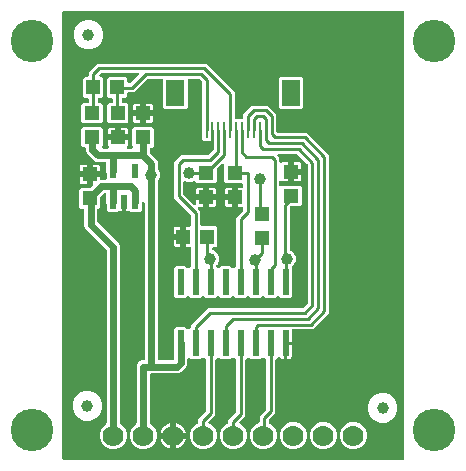
<source format=gbr>
G04 EAGLE Gerber RS-274X export*
G75*
%MOMM*%
%FSLAX34Y34*%
%LPD*%
%INTop Copper*%
%IPPOS*%
%AMOC8*
5,1,8,0,0,1.08239X$1,22.5*%
G01*
%ADD10R,0.250000X1.400000*%
%ADD11R,1.600000X2.200000*%
%ADD12C,1.778000*%
%ADD13C,3.600000*%
%ADD14C,1.000000*%
%ADD15R,1.300000X1.200000*%
%ADD16R,1.200000X1.300000*%
%ADD17R,0.600000X2.200000*%
%ADD18R,0.550000X1.200000*%
%ADD19C,0.254000*%
%ADD20C,1.008000*%
%ADD21C,0.609600*%

G36*
X343298Y5096D02*
X343298Y5096D01*
X343417Y5103D01*
X343455Y5116D01*
X343496Y5121D01*
X343606Y5164D01*
X343719Y5201D01*
X343754Y5223D01*
X343791Y5238D01*
X343887Y5307D01*
X343988Y5371D01*
X344016Y5401D01*
X344049Y5424D01*
X344125Y5516D01*
X344206Y5603D01*
X344226Y5638D01*
X344251Y5669D01*
X344302Y5777D01*
X344360Y5881D01*
X344370Y5921D01*
X344387Y5957D01*
X344409Y6074D01*
X344439Y6189D01*
X344443Y6249D01*
X344447Y6269D01*
X344445Y6290D01*
X344449Y6350D01*
X344449Y383650D01*
X344434Y383768D01*
X344427Y383887D01*
X344414Y383925D01*
X344409Y383966D01*
X344366Y384076D01*
X344329Y384189D01*
X344307Y384224D01*
X344292Y384261D01*
X344223Y384357D01*
X344159Y384458D01*
X344129Y384486D01*
X344106Y384519D01*
X344014Y384595D01*
X343927Y384676D01*
X343892Y384696D01*
X343861Y384721D01*
X343753Y384772D01*
X343649Y384830D01*
X343609Y384840D01*
X343573Y384857D01*
X343456Y384879D01*
X343341Y384909D01*
X343281Y384913D01*
X343261Y384917D01*
X343240Y384915D01*
X343180Y384919D01*
X56180Y384919D01*
X56062Y384904D01*
X55943Y384897D01*
X55905Y384884D01*
X55864Y384879D01*
X55754Y384836D01*
X55641Y384799D01*
X55606Y384777D01*
X55569Y384762D01*
X55473Y384693D01*
X55372Y384629D01*
X55344Y384599D01*
X55311Y384576D01*
X55236Y384484D01*
X55154Y384397D01*
X55134Y384362D01*
X55109Y384331D01*
X55058Y384223D01*
X55000Y384119D01*
X54990Y384079D01*
X54973Y384043D01*
X54951Y383926D01*
X54921Y383811D01*
X54917Y383751D01*
X54913Y383731D01*
X54915Y383710D01*
X54911Y383650D01*
X54911Y6350D01*
X54926Y6232D01*
X54933Y6113D01*
X54946Y6075D01*
X54951Y6034D01*
X54994Y5924D01*
X55031Y5811D01*
X55053Y5776D01*
X55068Y5739D01*
X55138Y5643D01*
X55201Y5542D01*
X55231Y5514D01*
X55254Y5481D01*
X55346Y5405D01*
X55433Y5324D01*
X55468Y5304D01*
X55499Y5279D01*
X55607Y5228D01*
X55711Y5170D01*
X55751Y5160D01*
X55787Y5143D01*
X55904Y5121D01*
X56019Y5091D01*
X56080Y5087D01*
X56100Y5083D01*
X56120Y5085D01*
X56180Y5081D01*
X343180Y5081D01*
X343298Y5096D01*
G37*
%LPC*%
G36*
X95806Y13969D02*
X95806Y13969D01*
X91605Y15709D01*
X88389Y18925D01*
X86649Y23126D01*
X86649Y27674D01*
X88389Y31875D01*
X91605Y35090D01*
X91708Y35133D01*
X91733Y35148D01*
X91761Y35157D01*
X91871Y35226D01*
X91984Y35291D01*
X92005Y35311D01*
X92030Y35327D01*
X92119Y35422D01*
X92212Y35512D01*
X92228Y35537D01*
X92248Y35559D01*
X92311Y35672D01*
X92379Y35783D01*
X92387Y35811D01*
X92402Y35837D01*
X92434Y35963D01*
X92472Y36087D01*
X92474Y36116D01*
X92481Y36145D01*
X92491Y36306D01*
X92491Y182289D01*
X92479Y182388D01*
X92476Y182487D01*
X92459Y182545D01*
X92451Y182605D01*
X92415Y182697D01*
X92387Y182792D01*
X92357Y182844D01*
X92334Y182901D01*
X92276Y182981D01*
X92226Y183066D01*
X92160Y183141D01*
X92148Y183158D01*
X92138Y183166D01*
X92120Y183187D01*
X74382Y200924D01*
X73531Y202978D01*
X73531Y216520D01*
X73516Y216638D01*
X73509Y216757D01*
X73497Y216795D01*
X73491Y216836D01*
X73448Y216946D01*
X73411Y217059D01*
X73389Y217094D01*
X73374Y217131D01*
X73305Y217227D01*
X73241Y217328D01*
X73211Y217356D01*
X73188Y217389D01*
X73096Y217465D01*
X73009Y217546D01*
X72974Y217566D01*
X72943Y217591D01*
X72835Y217642D01*
X72731Y217700D01*
X72691Y217710D01*
X72655Y217727D01*
X72538Y217749D01*
X72423Y217779D01*
X72363Y217783D01*
X72343Y217787D01*
X72322Y217785D01*
X72262Y217789D01*
X70588Y217789D01*
X69099Y219278D01*
X69099Y233382D01*
X70588Y234871D01*
X77961Y234871D01*
X78060Y234883D01*
X78159Y234886D01*
X78217Y234903D01*
X78277Y234911D01*
X78369Y234947D01*
X78464Y234975D01*
X78516Y235005D01*
X78573Y235028D01*
X78653Y235086D01*
X78738Y235136D01*
X78813Y235202D01*
X78830Y235214D01*
X78838Y235224D01*
X78859Y235242D01*
X80307Y236691D01*
X80368Y236769D01*
X80436Y236841D01*
X80465Y236894D01*
X80502Y236942D01*
X80542Y237033D01*
X80589Y237120D01*
X80605Y237179D01*
X80629Y237234D01*
X80644Y237332D01*
X80669Y237428D01*
X80675Y237528D01*
X80679Y237548D01*
X80677Y237561D01*
X80679Y237589D01*
X80679Y244111D01*
X86673Y244111D01*
X86673Y243348D01*
X86688Y243230D01*
X86695Y243111D01*
X86707Y243073D01*
X86713Y243032D01*
X86756Y242922D01*
X86793Y242809D01*
X86815Y242774D01*
X86830Y242737D01*
X86899Y242641D01*
X86963Y242540D01*
X86993Y242512D01*
X87016Y242479D01*
X87108Y242403D01*
X87195Y242322D01*
X87230Y242302D01*
X87261Y242277D01*
X87369Y242226D01*
X87473Y242168D01*
X87513Y242158D01*
X87549Y242141D01*
X87666Y242119D01*
X87781Y242089D01*
X87841Y242085D01*
X87861Y242081D01*
X87882Y242083D01*
X87942Y242079D01*
X91290Y242079D01*
X91408Y242094D01*
X91527Y242101D01*
X91565Y242114D01*
X91606Y242119D01*
X91716Y242162D01*
X91829Y242199D01*
X91864Y242221D01*
X91901Y242236D01*
X91997Y242305D01*
X92098Y242369D01*
X92126Y242399D01*
X92159Y242422D01*
X92235Y242514D01*
X92316Y242601D01*
X92336Y242636D01*
X92361Y242667D01*
X92412Y242775D01*
X92470Y242879D01*
X92480Y242919D01*
X92497Y242955D01*
X92519Y243072D01*
X92549Y243187D01*
X92553Y243247D01*
X92557Y243267D01*
X92555Y243288D01*
X92559Y243348D01*
X92559Y247407D01*
X92558Y247417D01*
X92559Y247426D01*
X92538Y247575D01*
X92519Y247723D01*
X92516Y247732D01*
X92515Y247741D01*
X92463Y247893D01*
X92261Y248379D01*
X92261Y256032D01*
X92246Y256150D01*
X92239Y256269D01*
X92226Y256307D01*
X92221Y256348D01*
X92178Y256458D01*
X92141Y256571D01*
X92119Y256606D01*
X92104Y256643D01*
X92035Y256739D01*
X91971Y256840D01*
X91941Y256868D01*
X91918Y256901D01*
X91826Y256977D01*
X91739Y257058D01*
X91704Y257078D01*
X91673Y257103D01*
X91565Y257154D01*
X91461Y257212D01*
X91421Y257222D01*
X91385Y257239D01*
X91268Y257261D01*
X91153Y257291D01*
X91093Y257295D01*
X91073Y257299D01*
X91052Y257297D01*
X90992Y257301D01*
X83978Y257301D01*
X81924Y258152D01*
X75562Y264514D01*
X74711Y266568D01*
X74711Y268320D01*
X74696Y268438D01*
X74689Y268557D01*
X74676Y268595D01*
X74671Y268636D01*
X74628Y268746D01*
X74591Y268859D01*
X74569Y268894D01*
X74554Y268931D01*
X74485Y269027D01*
X74421Y269128D01*
X74391Y269156D01*
X74368Y269189D01*
X74276Y269265D01*
X74189Y269346D01*
X74154Y269366D01*
X74123Y269391D01*
X74015Y269442D01*
X73911Y269500D01*
X73871Y269510D01*
X73835Y269527D01*
X73718Y269549D01*
X73603Y269579D01*
X73543Y269583D01*
X73523Y269587D01*
X73502Y269585D01*
X73442Y269589D01*
X72748Y269589D01*
X71259Y271078D01*
X71259Y285182D01*
X72748Y286671D01*
X87852Y286671D01*
X89341Y285182D01*
X89341Y271078D01*
X88909Y270645D01*
X88824Y270536D01*
X88735Y270429D01*
X88726Y270410D01*
X88714Y270394D01*
X88658Y270266D01*
X88599Y270141D01*
X88595Y270121D01*
X88587Y270102D01*
X88565Y269964D01*
X88539Y269828D01*
X88541Y269808D01*
X88537Y269788D01*
X88551Y269649D01*
X88559Y269511D01*
X88565Y269492D01*
X88567Y269472D01*
X88614Y269341D01*
X88657Y269209D01*
X88668Y269191D01*
X88675Y269172D01*
X88753Y269058D01*
X88827Y268940D01*
X88842Y268926D01*
X88853Y268909D01*
X88958Y268817D01*
X89059Y268722D01*
X89077Y268712D01*
X89092Y268699D01*
X89216Y268636D01*
X89337Y268568D01*
X89357Y268563D01*
X89375Y268554D01*
X89511Y268524D01*
X89645Y268489D01*
X89673Y268487D01*
X89685Y268484D01*
X89706Y268485D01*
X89806Y268479D01*
X93102Y268479D01*
X93240Y268496D01*
X93379Y268509D01*
X93398Y268516D01*
X93418Y268519D01*
X93547Y268570D01*
X93678Y268617D01*
X93695Y268628D01*
X93714Y268636D01*
X93826Y268717D01*
X93941Y268795D01*
X93954Y268811D01*
X93971Y268822D01*
X94060Y268930D01*
X94152Y269034D01*
X94161Y269052D01*
X94174Y269067D01*
X94233Y269193D01*
X94296Y269317D01*
X94301Y269337D01*
X94309Y269355D01*
X94335Y269491D01*
X94366Y269627D01*
X94365Y269648D01*
X94369Y269667D01*
X94360Y269806D01*
X94356Y269945D01*
X94351Y269965D01*
X94349Y269985D01*
X94306Y270117D01*
X94268Y270251D01*
X94257Y270268D01*
X94251Y270287D01*
X94177Y270405D01*
X94106Y270525D01*
X94088Y270546D01*
X94081Y270556D01*
X94066Y270570D01*
X94000Y270646D01*
X93763Y270882D01*
X93496Y271345D01*
X93357Y271862D01*
X93357Y275591D01*
X100620Y275591D01*
X100738Y275606D01*
X100857Y275613D01*
X100895Y275626D01*
X100935Y275631D01*
X101046Y275674D01*
X101159Y275711D01*
X101194Y275733D01*
X101231Y275748D01*
X101327Y275818D01*
X101428Y275881D01*
X101456Y275911D01*
X101488Y275935D01*
X101564Y276026D01*
X101646Y276113D01*
X101665Y276148D01*
X101691Y276179D01*
X101742Y276287D01*
X101799Y276391D01*
X101810Y276431D01*
X101827Y276467D01*
X101849Y276584D01*
X101879Y276699D01*
X101883Y276760D01*
X101887Y276780D01*
X101885Y276800D01*
X101889Y276860D01*
X101889Y278131D01*
X101891Y278131D01*
X101891Y276860D01*
X101906Y276742D01*
X101913Y276623D01*
X101926Y276585D01*
X101931Y276545D01*
X101975Y276434D01*
X102011Y276321D01*
X102033Y276286D01*
X102048Y276249D01*
X102118Y276153D01*
X102181Y276052D01*
X102211Y276024D01*
X102235Y275991D01*
X102326Y275916D01*
X102413Y275834D01*
X102448Y275814D01*
X102480Y275789D01*
X102587Y275738D01*
X102691Y275680D01*
X102731Y275670D01*
X102767Y275653D01*
X102884Y275631D01*
X102999Y275601D01*
X103060Y275597D01*
X103080Y275593D01*
X103100Y275595D01*
X103160Y275591D01*
X110423Y275591D01*
X110423Y271862D01*
X110284Y271345D01*
X110017Y270882D01*
X109780Y270646D01*
X109695Y270536D01*
X109606Y270429D01*
X109598Y270410D01*
X109585Y270394D01*
X109530Y270267D01*
X109471Y270141D01*
X109467Y270121D01*
X109459Y270102D01*
X109437Y269965D01*
X109411Y269828D01*
X109412Y269808D01*
X109409Y269788D01*
X109422Y269650D01*
X109431Y269511D01*
X109437Y269492D01*
X109439Y269472D01*
X109486Y269340D01*
X109529Y269209D01*
X109540Y269192D01*
X109546Y269172D01*
X109625Y269057D01*
X109699Y268940D01*
X109714Y268926D01*
X109725Y268909D01*
X109829Y268817D01*
X109931Y268722D01*
X109948Y268712D01*
X109963Y268699D01*
X110088Y268635D01*
X110209Y268568D01*
X110229Y268563D01*
X110247Y268554D01*
X110383Y268524D01*
X110517Y268489D01*
X110545Y268487D01*
X110557Y268484D01*
X110577Y268485D01*
X110678Y268479D01*
X113704Y268479D01*
X113842Y268496D01*
X113980Y268509D01*
X113999Y268516D01*
X114019Y268519D01*
X114149Y268570D01*
X114280Y268617D01*
X114296Y268628D01*
X114315Y268636D01*
X114428Y268717D01*
X114543Y268795D01*
X114556Y268811D01*
X114572Y268822D01*
X114661Y268930D01*
X114753Y269034D01*
X114762Y269052D01*
X114775Y269067D01*
X114835Y269193D01*
X114898Y269317D01*
X114902Y269337D01*
X114911Y269355D01*
X114937Y269492D01*
X114967Y269627D01*
X114967Y269648D01*
X114971Y269667D01*
X114962Y269806D01*
X114958Y269945D01*
X114952Y269965D01*
X114951Y269985D01*
X114908Y270117D01*
X114869Y270251D01*
X114859Y270268D01*
X114853Y270287D01*
X114778Y270405D01*
X114708Y270525D01*
X114689Y270546D01*
X114683Y270556D01*
X114668Y270570D01*
X114601Y270646D01*
X114349Y270898D01*
X114349Y285002D01*
X115838Y286491D01*
X130942Y286491D01*
X132431Y285002D01*
X132431Y270898D01*
X130942Y269409D01*
X130338Y269409D01*
X130220Y269394D01*
X130101Y269387D01*
X130063Y269374D01*
X130022Y269369D01*
X129912Y269326D01*
X129799Y269289D01*
X129764Y269267D01*
X129727Y269252D01*
X129631Y269183D01*
X129530Y269119D01*
X129502Y269089D01*
X129469Y269066D01*
X129393Y268974D01*
X129312Y268887D01*
X129292Y268852D01*
X129267Y268821D01*
X129216Y268713D01*
X129158Y268609D01*
X129148Y268569D01*
X129131Y268533D01*
X129109Y268416D01*
X129079Y268301D01*
X129075Y268241D01*
X129071Y268221D01*
X129073Y268200D01*
X129069Y268140D01*
X129069Y265731D01*
X129081Y265632D01*
X129084Y265533D01*
X129101Y265475D01*
X129109Y265415D01*
X129145Y265323D01*
X129173Y265228D01*
X129203Y265176D01*
X129226Y265119D01*
X129284Y265039D01*
X129334Y264954D01*
X129400Y264879D01*
X129412Y264862D01*
X129422Y264854D01*
X129440Y264833D01*
X135218Y259056D01*
X136069Y257002D01*
X136069Y252038D01*
X136081Y251940D01*
X136084Y251841D01*
X136101Y251782D01*
X136109Y251722D01*
X136145Y251630D01*
X136173Y251535D01*
X136203Y251483D01*
X136226Y251427D01*
X136284Y251347D01*
X136334Y251261D01*
X136400Y251186D01*
X136412Y251169D01*
X136422Y251161D01*
X136440Y251140D01*
X136907Y250674D01*
X138061Y247888D01*
X138061Y244872D01*
X136907Y242086D01*
X136440Y241620D01*
X136380Y241541D01*
X136312Y241469D01*
X136283Y241416D01*
X136246Y241368D01*
X136206Y241277D01*
X136158Y241191D01*
X136143Y241132D01*
X136119Y241077D01*
X136104Y240979D01*
X136079Y240883D01*
X136073Y240783D01*
X136069Y240762D01*
X136071Y240750D01*
X136069Y240722D01*
X136069Y90678D01*
X136084Y90560D01*
X136091Y90441D01*
X136104Y90403D01*
X136109Y90362D01*
X136152Y90252D01*
X136189Y90139D01*
X136211Y90104D01*
X136226Y90067D01*
X136295Y89971D01*
X136359Y89870D01*
X136389Y89842D01*
X136412Y89809D01*
X136504Y89733D01*
X136591Y89652D01*
X136626Y89632D01*
X136657Y89607D01*
X136765Y89556D01*
X136869Y89498D01*
X136909Y89488D01*
X136945Y89471D01*
X137062Y89449D01*
X137177Y89419D01*
X137237Y89415D01*
X137257Y89411D01*
X137278Y89413D01*
X137338Y89409D01*
X148372Y89409D01*
X148490Y89424D01*
X148609Y89431D01*
X148647Y89444D01*
X148688Y89449D01*
X148798Y89492D01*
X148911Y89529D01*
X148946Y89551D01*
X148983Y89566D01*
X149079Y89635D01*
X149180Y89699D01*
X149208Y89729D01*
X149241Y89752D01*
X149316Y89844D01*
X149398Y89931D01*
X149418Y89966D01*
X149443Y89997D01*
X149494Y90105D01*
X149552Y90209D01*
X149562Y90249D01*
X149579Y90285D01*
X149601Y90402D01*
X149631Y90517D01*
X149635Y90577D01*
X149639Y90597D01*
X149637Y90618D01*
X149641Y90678D01*
X149641Y104712D01*
X149677Y104841D01*
X149677Y104850D01*
X149679Y104859D01*
X149689Y105020D01*
X149689Y115592D01*
X151178Y117081D01*
X159282Y117081D01*
X160683Y115681D01*
X160777Y115608D01*
X160866Y115529D01*
X160902Y115511D01*
X160934Y115486D01*
X161043Y115438D01*
X161149Y115384D01*
X161188Y115375D01*
X161226Y115359D01*
X161343Y115341D01*
X161459Y115315D01*
X161500Y115316D01*
X161540Y115310D01*
X161658Y115321D01*
X161777Y115324D01*
X161816Y115336D01*
X161856Y115339D01*
X161968Y115380D01*
X162083Y115413D01*
X162118Y115433D01*
X162156Y115447D01*
X162254Y115514D01*
X162357Y115574D01*
X162402Y115614D01*
X162419Y115626D01*
X162432Y115641D01*
X162478Y115681D01*
X163748Y116951D01*
X163808Y117029D01*
X163876Y117101D01*
X163905Y117154D01*
X163942Y117202D01*
X163982Y117293D01*
X164030Y117380D01*
X164045Y117438D01*
X164069Y117494D01*
X164084Y117592D01*
X164109Y117687D01*
X164115Y117788D01*
X164119Y117808D01*
X164117Y117820D01*
X164119Y117848D01*
X164119Y118708D01*
X178762Y133351D01*
X258246Y133351D01*
X258344Y133363D01*
X258443Y133366D01*
X258501Y133383D01*
X258561Y133391D01*
X258653Y133427D01*
X258749Y133455D01*
X258801Y133485D01*
X258857Y133508D01*
X258937Y133566D01*
X259022Y133616D01*
X259098Y133682D01*
X259114Y133694D01*
X259122Y133704D01*
X259143Y133722D01*
X262518Y137097D01*
X262578Y137175D01*
X262646Y137247D01*
X262675Y137300D01*
X262712Y137348D01*
X262752Y137439D01*
X262800Y137526D01*
X262815Y137584D01*
X262839Y137640D01*
X262854Y137738D01*
X262879Y137834D01*
X262885Y137934D01*
X262889Y137954D01*
X262887Y137966D01*
X262889Y137994D01*
X262889Y254436D01*
X262877Y254534D01*
X262874Y254633D01*
X262857Y254691D01*
X262849Y254751D01*
X262813Y254843D01*
X262785Y254939D01*
X262755Y254991D01*
X262732Y255047D01*
X262674Y255127D01*
X262624Y255212D01*
X262558Y255288D01*
X262546Y255304D01*
X262536Y255312D01*
X262518Y255333D01*
X254063Y263788D01*
X253985Y263848D01*
X253913Y263916D01*
X253860Y263945D01*
X253812Y263982D01*
X253721Y264022D01*
X253634Y264070D01*
X253576Y264085D01*
X253520Y264109D01*
X253422Y264124D01*
X253326Y264149D01*
X253226Y264155D01*
X253206Y264159D01*
X253194Y264157D01*
X253166Y264159D01*
X238324Y264159D01*
X238187Y264142D01*
X238048Y264129D01*
X238029Y264122D01*
X238009Y264119D01*
X237880Y264068D01*
X237749Y264021D01*
X237732Y264010D01*
X237713Y264002D01*
X237600Y263921D01*
X237485Y263843D01*
X237472Y263827D01*
X237456Y263816D01*
X237367Y263708D01*
X237275Y263604D01*
X237266Y263586D01*
X237253Y263571D01*
X237194Y263445D01*
X237130Y263321D01*
X237126Y263301D01*
X237117Y263283D01*
X237091Y263146D01*
X237061Y263011D01*
X237061Y262990D01*
X237057Y262971D01*
X237066Y262832D01*
X237070Y262693D01*
X237076Y262673D01*
X237077Y262653D01*
X237120Y262521D01*
X237159Y262387D01*
X237169Y262370D01*
X237175Y262351D01*
X237250Y262233D01*
X237320Y262113D01*
X237339Y262092D01*
X237345Y262082D01*
X237360Y262068D01*
X237427Y261993D01*
X238761Y260658D01*
X238761Y257490D01*
X238778Y257352D01*
X238791Y257213D01*
X238798Y257194D01*
X238801Y257174D01*
X238852Y257045D01*
X238899Y256914D01*
X238910Y256897D01*
X238918Y256878D01*
X238999Y256766D01*
X239078Y256651D01*
X239093Y256637D01*
X239104Y256621D01*
X239212Y256532D01*
X239316Y256440D01*
X239334Y256431D01*
X239349Y256418D01*
X239475Y256359D01*
X239599Y256296D01*
X239619Y256291D01*
X239637Y256283D01*
X239773Y256257D01*
X239910Y256226D01*
X239930Y256227D01*
X239949Y256223D01*
X240088Y256232D01*
X240227Y256236D01*
X240247Y256241D01*
X240267Y256243D01*
X240399Y256286D01*
X240533Y256324D01*
X240550Y256335D01*
X240569Y256341D01*
X240687Y256415D01*
X240807Y256486D01*
X240828Y256504D01*
X240838Y256511D01*
X240852Y256526D01*
X240864Y256536D01*
X241345Y256814D01*
X241862Y256953D01*
X246091Y256953D01*
X246091Y250190D01*
X246106Y250072D01*
X246113Y249953D01*
X246126Y249915D01*
X246131Y249875D01*
X246174Y249764D01*
X246211Y249651D01*
X246233Y249616D01*
X246248Y249579D01*
X246318Y249483D01*
X246381Y249382D01*
X246411Y249354D01*
X246435Y249322D01*
X246526Y249246D01*
X246613Y249164D01*
X246648Y249145D01*
X246679Y249119D01*
X246787Y249068D01*
X246891Y249011D01*
X246931Y249000D01*
X246967Y248983D01*
X247084Y248961D01*
X247199Y248931D01*
X247260Y248927D01*
X247280Y248923D01*
X247300Y248925D01*
X247360Y248921D01*
X248631Y248921D01*
X248631Y248919D01*
X247360Y248919D01*
X247242Y248904D01*
X247123Y248897D01*
X247085Y248884D01*
X247045Y248879D01*
X246934Y248835D01*
X246821Y248799D01*
X246786Y248777D01*
X246749Y248762D01*
X246653Y248692D01*
X246552Y248629D01*
X246524Y248599D01*
X246491Y248575D01*
X246416Y248484D01*
X246334Y248397D01*
X246314Y248362D01*
X246289Y248330D01*
X246238Y248223D01*
X246180Y248119D01*
X246170Y248079D01*
X246153Y248043D01*
X246131Y247926D01*
X246101Y247811D01*
X246097Y247750D01*
X246093Y247730D01*
X246095Y247710D01*
X246091Y247650D01*
X246091Y240887D01*
X241862Y240887D01*
X241345Y241026D01*
X240830Y241323D01*
X240818Y241333D01*
X240711Y241422D01*
X240692Y241430D01*
X240676Y241443D01*
X240549Y241498D01*
X240423Y241557D01*
X240403Y241561D01*
X240385Y241569D01*
X240247Y241591D01*
X240110Y241617D01*
X240090Y241616D01*
X240071Y241619D01*
X239932Y241606D01*
X239793Y241597D01*
X239774Y241591D01*
X239754Y241589D01*
X239623Y241542D01*
X239491Y241499D01*
X239474Y241488D01*
X239455Y241482D01*
X239340Y241404D01*
X239222Y241329D01*
X239208Y241314D01*
X239191Y241303D01*
X239099Y241199D01*
X239004Y241097D01*
X238994Y241080D01*
X238981Y241065D01*
X238918Y240941D01*
X238850Y240819D01*
X238845Y240799D01*
X238836Y240782D01*
X238806Y240646D01*
X238771Y240511D01*
X238769Y240483D01*
X238767Y240471D01*
X238767Y240451D01*
X238761Y240350D01*
X238761Y237888D01*
X238778Y237750D01*
X238791Y237612D01*
X238798Y237593D01*
X238801Y237573D01*
X238852Y237443D01*
X238899Y237312D01*
X238910Y237296D01*
X238918Y237277D01*
X238999Y237164D01*
X239077Y237049D01*
X239093Y237036D01*
X239104Y237020D01*
X239212Y236930D01*
X239316Y236839D01*
X239334Y236830D01*
X239349Y236817D01*
X239475Y236757D01*
X239599Y236694D01*
X239619Y236690D01*
X239637Y236681D01*
X239773Y236655D01*
X239909Y236625D01*
X239930Y236625D01*
X239949Y236621D01*
X240088Y236630D01*
X240227Y236634D01*
X240247Y236640D01*
X240267Y236641D01*
X240399Y236684D01*
X240533Y236723D01*
X240550Y236733D01*
X240569Y236739D01*
X240687Y236814D01*
X240807Y236884D01*
X240828Y236903D01*
X240838Y236909D01*
X240852Y236924D01*
X240928Y236991D01*
X241078Y237141D01*
X256182Y237141D01*
X257671Y235652D01*
X257671Y221548D01*
X256182Y220059D01*
X248920Y220059D01*
X248802Y220044D01*
X248683Y220037D01*
X248645Y220024D01*
X248604Y220019D01*
X248494Y219976D01*
X248381Y219939D01*
X248346Y219917D01*
X248309Y219902D01*
X248213Y219833D01*
X248112Y219769D01*
X248084Y219739D01*
X248051Y219716D01*
X247975Y219624D01*
X247894Y219537D01*
X247874Y219502D01*
X247849Y219471D01*
X247798Y219363D01*
X247740Y219259D01*
X247730Y219219D01*
X247713Y219183D01*
X247691Y219066D01*
X247661Y218951D01*
X247657Y218891D01*
X247653Y218871D01*
X247655Y218850D01*
X247651Y218790D01*
X247651Y183261D01*
X247654Y183232D01*
X247652Y183202D01*
X247674Y183074D01*
X247691Y182945D01*
X247701Y182918D01*
X247706Y182889D01*
X247760Y182770D01*
X247808Y182650D01*
X247825Y182626D01*
X247837Y182599D01*
X247918Y182498D01*
X247994Y182392D01*
X248017Y182374D01*
X248036Y182351D01*
X248139Y182272D01*
X248239Y182190D01*
X248266Y182177D01*
X248290Y182159D01*
X248434Y182088D01*
X249404Y181687D01*
X251537Y179554D01*
X252691Y176768D01*
X252691Y173752D01*
X251537Y170966D01*
X249814Y169244D01*
X249741Y169150D01*
X249663Y169060D01*
X249644Y169024D01*
X249620Y168992D01*
X249572Y168883D01*
X249518Y168777D01*
X249509Y168738D01*
X249493Y168701D01*
X249474Y168583D01*
X249448Y168467D01*
X249450Y168427D01*
X249443Y168386D01*
X249454Y168268D01*
X249458Y168149D01*
X249469Y168110D01*
X249473Y168070D01*
X249513Y167958D01*
X249547Y167843D01*
X249567Y167809D01*
X249581Y167771D01*
X249648Y167672D01*
X249671Y167633D01*
X249671Y143488D01*
X248182Y141999D01*
X240078Y141999D01*
X238677Y143399D01*
X238583Y143472D01*
X238494Y143551D01*
X238458Y143569D01*
X238426Y143594D01*
X238317Y143642D01*
X238211Y143696D01*
X238172Y143705D01*
X238134Y143721D01*
X238017Y143739D01*
X237901Y143765D01*
X237860Y143764D01*
X237820Y143770D01*
X237702Y143759D01*
X237583Y143756D01*
X237544Y143744D01*
X237504Y143741D01*
X237392Y143700D01*
X237277Y143667D01*
X237242Y143647D01*
X237204Y143633D01*
X237106Y143566D01*
X237003Y143506D01*
X236958Y143466D01*
X236941Y143454D01*
X236928Y143439D01*
X236882Y143399D01*
X235482Y141999D01*
X227378Y141999D01*
X225978Y143399D01*
X225883Y143472D01*
X225794Y143551D01*
X225758Y143569D01*
X225726Y143594D01*
X225617Y143642D01*
X225511Y143696D01*
X225472Y143705D01*
X225434Y143721D01*
X225317Y143739D01*
X225201Y143765D01*
X225160Y143764D01*
X225120Y143770D01*
X225002Y143759D01*
X224883Y143756D01*
X224844Y143744D01*
X224804Y143741D01*
X224691Y143700D01*
X224577Y143667D01*
X224543Y143647D01*
X224504Y143633D01*
X224406Y143566D01*
X224303Y143506D01*
X224258Y143466D01*
X224241Y143454D01*
X224228Y143439D01*
X224183Y143399D01*
X222782Y141999D01*
X214678Y141999D01*
X213277Y143399D01*
X213183Y143472D01*
X213094Y143551D01*
X213058Y143569D01*
X213026Y143594D01*
X212917Y143642D01*
X212811Y143696D01*
X212772Y143705D01*
X212734Y143721D01*
X212617Y143739D01*
X212501Y143765D01*
X212460Y143764D01*
X212420Y143770D01*
X212302Y143759D01*
X212183Y143756D01*
X212144Y143744D01*
X212104Y143741D01*
X211992Y143700D01*
X211877Y143667D01*
X211842Y143647D01*
X211804Y143633D01*
X211706Y143566D01*
X211603Y143506D01*
X211558Y143466D01*
X211541Y143454D01*
X211528Y143439D01*
X211482Y143399D01*
X210082Y141999D01*
X201978Y141999D01*
X200577Y143399D01*
X200483Y143472D01*
X200394Y143551D01*
X200358Y143569D01*
X200326Y143594D01*
X200217Y143642D01*
X200111Y143696D01*
X200072Y143705D01*
X200034Y143721D01*
X199917Y143739D01*
X199801Y143765D01*
X199760Y143764D01*
X199720Y143770D01*
X199602Y143759D01*
X199483Y143756D01*
X199444Y143744D01*
X199404Y143741D01*
X199292Y143700D01*
X199177Y143667D01*
X199142Y143647D01*
X199104Y143633D01*
X199006Y143566D01*
X198903Y143506D01*
X198858Y143466D01*
X198841Y143454D01*
X198828Y143439D01*
X198782Y143399D01*
X197382Y141999D01*
X189278Y141999D01*
X187878Y143399D01*
X187783Y143472D01*
X187694Y143551D01*
X187658Y143569D01*
X187626Y143594D01*
X187517Y143642D01*
X187411Y143696D01*
X187372Y143705D01*
X187334Y143721D01*
X187217Y143739D01*
X187101Y143765D01*
X187060Y143764D01*
X187020Y143770D01*
X186902Y143759D01*
X186783Y143756D01*
X186744Y143744D01*
X186704Y143741D01*
X186591Y143700D01*
X186477Y143667D01*
X186443Y143647D01*
X186404Y143633D01*
X186306Y143566D01*
X186203Y143506D01*
X186158Y143466D01*
X186141Y143454D01*
X186128Y143439D01*
X186083Y143399D01*
X184682Y141999D01*
X176578Y141999D01*
X175177Y143399D01*
X175083Y143472D01*
X174994Y143551D01*
X174958Y143569D01*
X174926Y143594D01*
X174817Y143642D01*
X174711Y143696D01*
X174672Y143705D01*
X174634Y143721D01*
X174517Y143739D01*
X174401Y143765D01*
X174360Y143764D01*
X174320Y143770D01*
X174202Y143759D01*
X174083Y143756D01*
X174044Y143744D01*
X174004Y143741D01*
X173892Y143700D01*
X173777Y143667D01*
X173742Y143647D01*
X173704Y143633D01*
X173606Y143566D01*
X173503Y143506D01*
X173458Y143466D01*
X173441Y143454D01*
X173428Y143439D01*
X173382Y143399D01*
X171982Y141999D01*
X163878Y141999D01*
X162478Y143399D01*
X162383Y143472D01*
X162294Y143551D01*
X162258Y143569D01*
X162226Y143594D01*
X162117Y143642D01*
X162011Y143696D01*
X161972Y143705D01*
X161934Y143721D01*
X161817Y143739D01*
X161701Y143765D01*
X161660Y143764D01*
X161620Y143770D01*
X161502Y143759D01*
X161383Y143756D01*
X161344Y143744D01*
X161304Y143741D01*
X161191Y143700D01*
X161077Y143667D01*
X161043Y143647D01*
X161004Y143633D01*
X160906Y143566D01*
X160803Y143506D01*
X160758Y143466D01*
X160741Y143454D01*
X160728Y143439D01*
X160683Y143399D01*
X159282Y141999D01*
X151178Y141999D01*
X149689Y143488D01*
X149689Y167592D01*
X151178Y169081D01*
X159282Y169081D01*
X160683Y167681D01*
X160777Y167608D01*
X160866Y167529D01*
X160902Y167511D01*
X160934Y167486D01*
X161043Y167438D01*
X161149Y167384D01*
X161188Y167375D01*
X161226Y167359D01*
X161343Y167341D01*
X161459Y167315D01*
X161500Y167316D01*
X161540Y167310D01*
X161658Y167321D01*
X161777Y167324D01*
X161816Y167336D01*
X161856Y167339D01*
X161968Y167380D01*
X162083Y167413D01*
X162118Y167433D01*
X162156Y167447D01*
X162254Y167514D01*
X162357Y167574D01*
X162402Y167614D01*
X162419Y167626D01*
X162432Y167641D01*
X162478Y167681D01*
X163748Y168951D01*
X163808Y169029D01*
X163876Y169101D01*
X163905Y169154D01*
X163942Y169202D01*
X163982Y169293D01*
X164030Y169380D01*
X164045Y169438D01*
X164069Y169494D01*
X164084Y169592D01*
X164109Y169687D01*
X164115Y169788D01*
X164119Y169808D01*
X164117Y169820D01*
X164119Y169848D01*
X164119Y184218D01*
X164104Y184336D01*
X164097Y184455D01*
X164084Y184493D01*
X164079Y184534D01*
X164036Y184644D01*
X163999Y184757D01*
X163977Y184792D01*
X163962Y184829D01*
X163893Y184925D01*
X163829Y185026D01*
X163799Y185054D01*
X163776Y185087D01*
X163684Y185163D01*
X163597Y185244D01*
X163562Y185264D01*
X163531Y185289D01*
X163423Y185340D01*
X163319Y185398D01*
X163279Y185408D01*
X163243Y185425D01*
X163126Y185447D01*
X163011Y185477D01*
X162951Y185481D01*
X162931Y185485D01*
X162910Y185483D01*
X162850Y185487D01*
X160019Y185487D01*
X160019Y192750D01*
X160004Y192868D01*
X159997Y192987D01*
X159984Y193025D01*
X159979Y193065D01*
X159935Y193176D01*
X159899Y193289D01*
X159877Y193324D01*
X159862Y193361D01*
X159792Y193457D01*
X159729Y193558D01*
X159699Y193586D01*
X159675Y193618D01*
X159584Y193694D01*
X159497Y193776D01*
X159462Y193795D01*
X159430Y193821D01*
X159323Y193872D01*
X159219Y193929D01*
X159179Y193940D01*
X159143Y193957D01*
X159026Y193979D01*
X158911Y194009D01*
X158850Y194013D01*
X158830Y194017D01*
X158810Y194015D01*
X158750Y194019D01*
X157479Y194019D01*
X157479Y194021D01*
X158750Y194021D01*
X158868Y194036D01*
X158987Y194043D01*
X159025Y194056D01*
X159065Y194061D01*
X159176Y194105D01*
X159289Y194141D01*
X159324Y194163D01*
X159361Y194178D01*
X159457Y194248D01*
X159558Y194311D01*
X159586Y194341D01*
X159618Y194365D01*
X159694Y194456D01*
X159776Y194543D01*
X159795Y194578D01*
X159821Y194610D01*
X159872Y194717D01*
X159929Y194821D01*
X159940Y194861D01*
X159957Y194897D01*
X159979Y195014D01*
X160009Y195129D01*
X160013Y195190D01*
X160017Y195210D01*
X160015Y195230D01*
X160019Y195290D01*
X160019Y202553D01*
X162850Y202553D01*
X162968Y202568D01*
X163087Y202575D01*
X163125Y202587D01*
X163166Y202593D01*
X163276Y202636D01*
X163389Y202673D01*
X163424Y202695D01*
X163461Y202710D01*
X163557Y202779D01*
X163658Y202843D01*
X163686Y202873D01*
X163719Y202896D01*
X163795Y202988D01*
X163876Y203075D01*
X163896Y203110D01*
X163921Y203141D01*
X163972Y203249D01*
X164030Y203353D01*
X164040Y203393D01*
X164057Y203429D01*
X164079Y203546D01*
X164109Y203661D01*
X164113Y203721D01*
X164117Y203741D01*
X164115Y203762D01*
X164119Y203822D01*
X164119Y211646D01*
X164107Y211744D01*
X164104Y211843D01*
X164087Y211901D01*
X164079Y211961D01*
X164043Y212053D01*
X164015Y212149D01*
X163985Y212201D01*
X163962Y212257D01*
X163904Y212337D01*
X163854Y212422D01*
X163788Y212498D01*
X163776Y212514D01*
X163766Y212522D01*
X163748Y212543D01*
X149859Y226432D01*
X149859Y256848D01*
X155902Y262891D01*
X178236Y262891D01*
X178334Y262903D01*
X178433Y262906D01*
X178491Y262923D01*
X178551Y262931D01*
X178643Y262967D01*
X178739Y262995D01*
X178791Y263025D01*
X178847Y263048D01*
X178927Y263106D01*
X179012Y263156D01*
X179088Y263222D01*
X179104Y263234D01*
X179112Y263244D01*
X179133Y263262D01*
X182998Y267127D01*
X183058Y267205D01*
X183126Y267277D01*
X183155Y267330D01*
X183192Y267378D01*
X183232Y267469D01*
X183280Y267556D01*
X183295Y267614D01*
X183319Y267670D01*
X183334Y267768D01*
X183359Y267864D01*
X183365Y267964D01*
X183369Y267984D01*
X183367Y267996D01*
X183369Y268024D01*
X183369Y273998D01*
X183354Y274116D01*
X183347Y274235D01*
X183334Y274273D01*
X183329Y274314D01*
X183286Y274424D01*
X183249Y274537D01*
X183227Y274572D01*
X183212Y274609D01*
X183143Y274705D01*
X183079Y274806D01*
X183049Y274834D01*
X183026Y274867D01*
X182934Y274943D01*
X182847Y275024D01*
X182812Y275044D01*
X182781Y275069D01*
X182673Y275120D01*
X182569Y275178D01*
X182529Y275188D01*
X182493Y275205D01*
X182376Y275227D01*
X182261Y275257D01*
X182201Y275261D01*
X182181Y275265D01*
X182160Y275263D01*
X182100Y275267D01*
X180516Y275267D01*
X180418Y275255D01*
X180319Y275252D01*
X180261Y275235D01*
X180201Y275227D01*
X180109Y275191D01*
X180013Y275163D01*
X179961Y275133D01*
X179905Y275110D01*
X179825Y275052D01*
X179740Y275002D01*
X179664Y274936D01*
X179648Y274924D01*
X179640Y274914D01*
X179619Y274896D01*
X179482Y274759D01*
X174878Y274759D01*
X173389Y276248D01*
X173389Y282176D01*
X173377Y282275D01*
X173374Y282374D01*
X173369Y282389D01*
X173369Y324906D01*
X173357Y325004D01*
X173354Y325103D01*
X173337Y325161D01*
X173329Y325221D01*
X173293Y325313D01*
X173265Y325409D01*
X173235Y325461D01*
X173212Y325517D01*
X173154Y325597D01*
X173104Y325682D01*
X173038Y325758D01*
X173026Y325774D01*
X173016Y325782D01*
X172998Y325803D01*
X171513Y327288D01*
X171435Y327348D01*
X171363Y327416D01*
X171310Y327445D01*
X171262Y327482D01*
X171171Y327522D01*
X171084Y327570D01*
X171026Y327585D01*
X170970Y327609D01*
X170872Y327624D01*
X170776Y327649D01*
X170676Y327655D01*
X170656Y327659D01*
X170644Y327657D01*
X170616Y327659D01*
X162490Y327659D01*
X162372Y327644D01*
X162253Y327637D01*
X162215Y327624D01*
X162174Y327619D01*
X162064Y327576D01*
X161951Y327539D01*
X161916Y327517D01*
X161879Y327502D01*
X161783Y327433D01*
X161682Y327369D01*
X161654Y327339D01*
X161621Y327316D01*
X161545Y327224D01*
X161464Y327137D01*
X161444Y327102D01*
X161419Y327071D01*
X161368Y326963D01*
X161310Y326859D01*
X161300Y326819D01*
X161283Y326783D01*
X161261Y326666D01*
X161231Y326551D01*
X161227Y326491D01*
X161223Y326471D01*
X161225Y326450D01*
X161221Y326390D01*
X161221Y303748D01*
X159732Y302259D01*
X141628Y302259D01*
X140139Y303748D01*
X140139Y326390D01*
X140124Y326508D01*
X140117Y326627D01*
X140104Y326665D01*
X140099Y326706D01*
X140056Y326816D01*
X140019Y326929D01*
X139997Y326964D01*
X139982Y327001D01*
X139913Y327097D01*
X139849Y327198D01*
X139819Y327226D01*
X139796Y327259D01*
X139704Y327335D01*
X139617Y327416D01*
X139582Y327436D01*
X139551Y327461D01*
X139443Y327512D01*
X139339Y327570D01*
X139299Y327580D01*
X139263Y327597D01*
X139146Y327619D01*
X139031Y327649D01*
X138971Y327653D01*
X138951Y327657D01*
X138930Y327655D01*
X138870Y327659D01*
X127834Y327659D01*
X127736Y327647D01*
X127637Y327644D01*
X127579Y327627D01*
X127519Y327619D01*
X127427Y327583D01*
X127331Y327555D01*
X127279Y327525D01*
X127223Y327502D01*
X127143Y327444D01*
X127058Y327394D01*
X126982Y327328D01*
X126966Y327316D01*
X126958Y327306D01*
X126937Y327288D01*
X115878Y316229D01*
X111410Y316229D01*
X111292Y316214D01*
X111173Y316207D01*
X111135Y316194D01*
X111094Y316189D01*
X110984Y316146D01*
X110871Y316109D01*
X110836Y316087D01*
X110799Y316072D01*
X110703Y316003D01*
X110602Y315939D01*
X110574Y315909D01*
X110541Y315886D01*
X110465Y315794D01*
X110384Y315707D01*
X110364Y315672D01*
X110339Y315641D01*
X110288Y315533D01*
X110230Y315429D01*
X110220Y315389D01*
X110203Y315353D01*
X110181Y315236D01*
X110151Y315121D01*
X110147Y315061D01*
X110143Y315041D01*
X110145Y315020D01*
X110141Y314960D01*
X110141Y312778D01*
X108652Y311289D01*
X106680Y311289D01*
X106562Y311274D01*
X106443Y311267D01*
X106405Y311254D01*
X106364Y311249D01*
X106254Y311206D01*
X106141Y311169D01*
X106106Y311147D01*
X106069Y311132D01*
X105973Y311063D01*
X105872Y310999D01*
X105844Y310969D01*
X105811Y310946D01*
X105735Y310854D01*
X105654Y310767D01*
X105634Y310732D01*
X105609Y310701D01*
X105558Y310593D01*
X105500Y310489D01*
X105490Y310449D01*
X105473Y310413D01*
X105451Y310296D01*
X105421Y310181D01*
X105417Y310121D01*
X105413Y310101D01*
X105415Y310080D01*
X105411Y310020D01*
X105411Y308260D01*
X105426Y308142D01*
X105433Y308023D01*
X105446Y307985D01*
X105451Y307944D01*
X105494Y307834D01*
X105531Y307721D01*
X105553Y307686D01*
X105568Y307649D01*
X105637Y307553D01*
X105701Y307452D01*
X105731Y307424D01*
X105754Y307391D01*
X105846Y307315D01*
X105933Y307234D01*
X105968Y307214D01*
X105999Y307189D01*
X106107Y307138D01*
X106211Y307080D01*
X106251Y307070D01*
X106287Y307053D01*
X106404Y307031D01*
X106519Y307001D01*
X106579Y306997D01*
X106599Y306993D01*
X106620Y306995D01*
X106680Y306991D01*
X109442Y306991D01*
X110931Y305502D01*
X110931Y291398D01*
X109442Y289909D01*
X94338Y289909D01*
X92849Y291398D01*
X92849Y305502D01*
X94338Y306991D01*
X96520Y306991D01*
X96638Y307006D01*
X96757Y307013D01*
X96795Y307026D01*
X96836Y307031D01*
X96946Y307074D01*
X97059Y307111D01*
X97094Y307133D01*
X97131Y307148D01*
X97227Y307217D01*
X97328Y307281D01*
X97356Y307311D01*
X97389Y307334D01*
X97465Y307426D01*
X97546Y307513D01*
X97566Y307548D01*
X97591Y307579D01*
X97642Y307687D01*
X97700Y307791D01*
X97710Y307831D01*
X97727Y307867D01*
X97749Y307984D01*
X97779Y308099D01*
X97783Y308159D01*
X97787Y308179D01*
X97785Y308200D01*
X97789Y308260D01*
X97789Y310020D01*
X97774Y310138D01*
X97767Y310257D01*
X97754Y310295D01*
X97749Y310336D01*
X97706Y310446D01*
X97669Y310559D01*
X97647Y310594D01*
X97632Y310631D01*
X97563Y310727D01*
X97499Y310828D01*
X97469Y310856D01*
X97446Y310889D01*
X97354Y310965D01*
X97267Y311046D01*
X97232Y311066D01*
X97201Y311091D01*
X97093Y311142D01*
X96989Y311200D01*
X96949Y311210D01*
X96913Y311227D01*
X96796Y311249D01*
X96681Y311279D01*
X96621Y311283D01*
X96601Y311287D01*
X96580Y311285D01*
X96520Y311289D01*
X94548Y311289D01*
X93059Y312778D01*
X93059Y327882D01*
X94548Y329371D01*
X108652Y329371D01*
X110141Y327882D01*
X110141Y325120D01*
X110156Y325002D01*
X110163Y324883D01*
X110176Y324845D01*
X110181Y324804D01*
X110224Y324694D01*
X110261Y324581D01*
X110283Y324546D01*
X110298Y324509D01*
X110367Y324413D01*
X110431Y324312D01*
X110461Y324284D01*
X110484Y324251D01*
X110576Y324175D01*
X110663Y324094D01*
X110698Y324074D01*
X110729Y324049D01*
X110837Y323998D01*
X110941Y323940D01*
X110981Y323930D01*
X111017Y323913D01*
X111134Y323891D01*
X111249Y323861D01*
X111309Y323857D01*
X111329Y323853D01*
X111350Y323855D01*
X111410Y323851D01*
X112196Y323851D01*
X112294Y323863D01*
X112393Y323866D01*
X112451Y323883D01*
X112511Y323891D01*
X112603Y323927D01*
X112699Y323955D01*
X112751Y323985D01*
X112807Y324008D01*
X112887Y324066D01*
X112972Y324116D01*
X113048Y324182D01*
X113064Y324194D01*
X113072Y324204D01*
X113093Y324222D01*
X119443Y330573D01*
X119529Y330682D01*
X119617Y330789D01*
X119626Y330808D01*
X119638Y330824D01*
X119694Y330952D01*
X119753Y331077D01*
X119757Y331097D01*
X119765Y331116D01*
X119787Y331254D01*
X119813Y331390D01*
X119811Y331410D01*
X119814Y331430D01*
X119801Y331569D01*
X119793Y331707D01*
X119787Y331726D01*
X119785Y331746D01*
X119737Y331878D01*
X119695Y332009D01*
X119684Y332027D01*
X119677Y332046D01*
X119599Y332161D01*
X119525Y332278D01*
X119510Y332292D01*
X119498Y332309D01*
X119394Y332401D01*
X119293Y332496D01*
X119275Y332506D01*
X119260Y332519D01*
X119136Y332583D01*
X119014Y332650D01*
X118995Y332655D01*
X118977Y332664D01*
X118841Y332694D01*
X118707Y332729D01*
X118678Y332731D01*
X118667Y332734D01*
X118646Y332733D01*
X118546Y332739D01*
X88464Y332739D01*
X88366Y332727D01*
X88267Y332724D01*
X88209Y332707D01*
X88149Y332699D01*
X88057Y332663D01*
X87962Y332635D01*
X87909Y332605D01*
X87853Y332582D01*
X87773Y332524D01*
X87688Y332474D01*
X87612Y332408D01*
X87596Y332396D01*
X87588Y332386D01*
X87567Y332368D01*
X86737Y331537D01*
X86652Y331428D01*
X86563Y331321D01*
X86554Y331302D01*
X86542Y331286D01*
X86486Y331158D01*
X86427Y331033D01*
X86423Y331013D01*
X86415Y330994D01*
X86393Y330856D01*
X86367Y330720D01*
X86369Y330700D01*
X86366Y330680D01*
X86379Y330541D01*
X86387Y330403D01*
X86393Y330384D01*
X86395Y330364D01*
X86442Y330233D01*
X86485Y330101D01*
X86496Y330083D01*
X86503Y330064D01*
X86581Y329950D01*
X86655Y329832D01*
X86670Y329818D01*
X86682Y329801D01*
X86786Y329709D01*
X86887Y329614D01*
X86905Y329604D01*
X86920Y329591D01*
X87044Y329528D01*
X87166Y329460D01*
X87185Y329455D01*
X87203Y329446D01*
X87339Y329416D01*
X87473Y329381D01*
X87501Y329379D01*
X87513Y329376D01*
X87534Y329377D01*
X87634Y329371D01*
X88332Y329371D01*
X89821Y327882D01*
X89821Y312778D01*
X88332Y311289D01*
X86360Y311289D01*
X86242Y311274D01*
X86123Y311267D01*
X86085Y311254D01*
X86044Y311249D01*
X85934Y311206D01*
X85821Y311169D01*
X85786Y311147D01*
X85749Y311132D01*
X85653Y311063D01*
X85552Y310999D01*
X85524Y310969D01*
X85491Y310946D01*
X85415Y310854D01*
X85334Y310767D01*
X85314Y310732D01*
X85289Y310701D01*
X85238Y310593D01*
X85180Y310489D01*
X85170Y310449D01*
X85153Y310413D01*
X85131Y310296D01*
X85101Y310181D01*
X85097Y310121D01*
X85093Y310101D01*
X85095Y310080D01*
X85091Y310020D01*
X85091Y308260D01*
X85106Y308142D01*
X85113Y308023D01*
X85126Y307985D01*
X85131Y307944D01*
X85174Y307834D01*
X85211Y307721D01*
X85233Y307686D01*
X85248Y307649D01*
X85317Y307553D01*
X85381Y307452D01*
X85411Y307424D01*
X85434Y307391D01*
X85526Y307315D01*
X85613Y307234D01*
X85648Y307214D01*
X85679Y307189D01*
X85787Y307138D01*
X85891Y307080D01*
X85931Y307070D01*
X85967Y307053D01*
X86084Y307031D01*
X86199Y307001D01*
X86259Y306997D01*
X86279Y306993D01*
X86300Y306995D01*
X86360Y306991D01*
X87852Y306991D01*
X89341Y305502D01*
X89341Y291398D01*
X87852Y289909D01*
X72748Y289909D01*
X71259Y291398D01*
X71259Y305502D01*
X72748Y306991D01*
X76200Y306991D01*
X76318Y307006D01*
X76437Y307013D01*
X76475Y307026D01*
X76516Y307031D01*
X76626Y307074D01*
X76739Y307111D01*
X76774Y307133D01*
X76811Y307148D01*
X76907Y307217D01*
X77008Y307281D01*
X77036Y307311D01*
X77069Y307334D01*
X77145Y307426D01*
X77226Y307513D01*
X77246Y307548D01*
X77271Y307579D01*
X77322Y307687D01*
X77380Y307791D01*
X77390Y307831D01*
X77407Y307867D01*
X77429Y307984D01*
X77459Y308099D01*
X77463Y308159D01*
X77467Y308179D01*
X77465Y308200D01*
X77469Y308260D01*
X77469Y310020D01*
X77454Y310138D01*
X77447Y310257D01*
X77434Y310295D01*
X77429Y310336D01*
X77386Y310446D01*
X77349Y310559D01*
X77327Y310594D01*
X77312Y310631D01*
X77243Y310727D01*
X77179Y310828D01*
X77149Y310856D01*
X77126Y310889D01*
X77034Y310965D01*
X76947Y311046D01*
X76912Y311066D01*
X76881Y311091D01*
X76773Y311142D01*
X76669Y311200D01*
X76629Y311210D01*
X76593Y311227D01*
X76476Y311249D01*
X76361Y311279D01*
X76301Y311283D01*
X76281Y311287D01*
X76260Y311285D01*
X76200Y311289D01*
X74228Y311289D01*
X72739Y312778D01*
X72739Y327882D01*
X74228Y329371D01*
X76200Y329371D01*
X76318Y329386D01*
X76437Y329393D01*
X76475Y329406D01*
X76516Y329411D01*
X76626Y329454D01*
X76739Y329491D01*
X76774Y329513D01*
X76811Y329528D01*
X76907Y329597D01*
X77008Y329661D01*
X77036Y329691D01*
X77069Y329714D01*
X77145Y329806D01*
X77226Y329893D01*
X77246Y329928D01*
X77271Y329959D01*
X77322Y330067D01*
X77380Y330171D01*
X77390Y330211D01*
X77407Y330247D01*
X77429Y330364D01*
X77459Y330479D01*
X77463Y330539D01*
X77467Y330559D01*
X77465Y330580D01*
X77469Y330640D01*
X77469Y333048D01*
X84782Y340361D01*
X176838Y340361D01*
X200991Y316208D01*
X200991Y295110D01*
X201006Y294992D01*
X201013Y294873D01*
X201026Y294835D01*
X201031Y294794D01*
X201074Y294684D01*
X201111Y294571D01*
X201133Y294536D01*
X201148Y294499D01*
X201217Y294403D01*
X201281Y294302D01*
X201311Y294274D01*
X201334Y294241D01*
X201426Y294165D01*
X201513Y294084D01*
X201548Y294064D01*
X201579Y294039D01*
X201687Y293988D01*
X201791Y293930D01*
X201831Y293920D01*
X201867Y293903D01*
X201984Y293881D01*
X202099Y293851D01*
X202159Y293847D01*
X202179Y293843D01*
X202200Y293845D01*
X202260Y293841D01*
X207100Y293841D01*
X207218Y293856D01*
X207337Y293863D01*
X207375Y293876D01*
X207416Y293881D01*
X207526Y293924D01*
X207639Y293961D01*
X207674Y293983D01*
X207711Y293998D01*
X207807Y294067D01*
X207908Y294131D01*
X207936Y294161D01*
X207969Y294184D01*
X208045Y294276D01*
X208126Y294363D01*
X208146Y294398D01*
X208171Y294429D01*
X208222Y294537D01*
X208280Y294641D01*
X208290Y294681D01*
X208307Y294717D01*
X208329Y294834D01*
X208359Y294949D01*
X208363Y295009D01*
X208367Y295029D01*
X208365Y295050D01*
X208369Y295110D01*
X208369Y297578D01*
X215592Y304801D01*
X228908Y304801D01*
X236221Y297488D01*
X236221Y283210D01*
X236236Y283092D01*
X236243Y282973D01*
X236256Y282935D01*
X236261Y282894D01*
X236304Y282784D01*
X236341Y282671D01*
X236363Y282636D01*
X236378Y282599D01*
X236447Y282503D01*
X236511Y282402D01*
X236541Y282374D01*
X236564Y282341D01*
X236656Y282265D01*
X236743Y282184D01*
X236778Y282164D01*
X236809Y282139D01*
X236917Y282088D01*
X237021Y282030D01*
X237061Y282020D01*
X237097Y282003D01*
X237214Y281981D01*
X237329Y281951D01*
X237389Y281947D01*
X237409Y281943D01*
X237430Y281945D01*
X237490Y281941D01*
X261928Y281941D01*
X280671Y263198D01*
X280671Y129232D01*
X267008Y115569D01*
X250432Y115569D01*
X250314Y115554D01*
X250195Y115547D01*
X250157Y115534D01*
X250116Y115529D01*
X250006Y115486D01*
X249893Y115449D01*
X249858Y115427D01*
X249821Y115412D01*
X249725Y115343D01*
X249624Y115279D01*
X249596Y115249D01*
X249563Y115226D01*
X249487Y115134D01*
X249406Y115047D01*
X249386Y115012D01*
X249361Y114981D01*
X249310Y114873D01*
X249252Y114769D01*
X249242Y114729D01*
X249225Y114693D01*
X249203Y114576D01*
X249173Y114461D01*
X249169Y114401D01*
X249165Y114381D01*
X249167Y114360D01*
X249163Y114300D01*
X249163Y105039D01*
X244360Y105039D01*
X244242Y105024D01*
X244123Y105017D01*
X244085Y105004D01*
X244045Y104999D01*
X243934Y104956D01*
X243821Y104919D01*
X243787Y104897D01*
X243749Y104882D01*
X243653Y104813D01*
X243552Y104749D01*
X243524Y104719D01*
X243492Y104696D01*
X243416Y104604D01*
X243334Y104517D01*
X243315Y104482D01*
X243289Y104451D01*
X243269Y104408D01*
X243192Y104352D01*
X243092Y104289D01*
X243064Y104259D01*
X243031Y104235D01*
X242955Y104144D01*
X242874Y104057D01*
X242854Y104022D01*
X242829Y103990D01*
X242778Y103883D01*
X242720Y103778D01*
X242710Y103739D01*
X242693Y103703D01*
X242671Y103586D01*
X242641Y103470D01*
X242637Y103410D01*
X242633Y103390D01*
X242635Y103370D01*
X242631Y103310D01*
X242631Y90507D01*
X240862Y90507D01*
X240345Y90646D01*
X239882Y90913D01*
X239503Y91292D01*
X239332Y91589D01*
X239256Y91689D01*
X239185Y91793D01*
X239160Y91816D01*
X239140Y91842D01*
X239041Y91921D01*
X238947Y92004D01*
X238917Y92019D01*
X238890Y92040D01*
X238776Y92091D01*
X238664Y92148D01*
X238631Y92156D01*
X238600Y92169D01*
X238476Y92190D01*
X238353Y92218D01*
X238320Y92217D01*
X238286Y92223D01*
X238161Y92212D01*
X238035Y92208D01*
X238003Y92199D01*
X237969Y92196D01*
X237851Y92155D01*
X237730Y92120D01*
X237701Y92103D01*
X237669Y92092D01*
X237564Y92022D01*
X237456Y91958D01*
X237419Y91926D01*
X237404Y91916D01*
X237390Y91900D01*
X237335Y91852D01*
X235612Y90129D01*
X235552Y90051D01*
X235484Y89979D01*
X235455Y89926D01*
X235418Y89878D01*
X235378Y89787D01*
X235330Y89700D01*
X235315Y89642D01*
X235291Y89586D01*
X235276Y89488D01*
X235251Y89393D01*
X235245Y89293D01*
X235241Y89272D01*
X235243Y89260D01*
X235241Y89232D01*
X235241Y44432D01*
X230242Y39433D01*
X230182Y39355D01*
X230114Y39283D01*
X230085Y39230D01*
X230048Y39182D01*
X230008Y39091D01*
X229960Y39004D01*
X229945Y38946D01*
X229921Y38890D01*
X229906Y38792D01*
X229881Y38696D01*
X229875Y38596D01*
X229871Y38576D01*
X229873Y38564D01*
X229871Y38536D01*
X229871Y36636D01*
X229874Y36607D01*
X229872Y36578D01*
X229894Y36449D01*
X229911Y36321D01*
X229921Y36293D01*
X229926Y36264D01*
X229980Y36146D01*
X230028Y36025D01*
X230045Y36001D01*
X230057Y35974D01*
X230138Y35873D01*
X230214Y35768D01*
X230237Y35749D01*
X230256Y35726D01*
X230359Y35648D01*
X230459Y35565D01*
X230486Y35552D01*
X230510Y35535D01*
X230654Y35464D01*
X231555Y35091D01*
X234771Y31875D01*
X236511Y27674D01*
X236511Y23126D01*
X234771Y18925D01*
X231555Y15709D01*
X227354Y13969D01*
X222806Y13969D01*
X218605Y15709D01*
X215389Y18925D01*
X213649Y23126D01*
X213649Y27674D01*
X215389Y31875D01*
X218605Y35091D01*
X221466Y36275D01*
X221491Y36290D01*
X221519Y36299D01*
X221629Y36369D01*
X221742Y36433D01*
X221763Y36454D01*
X221788Y36469D01*
X221877Y36564D01*
X221970Y36654D01*
X221986Y36679D01*
X222006Y36701D01*
X222069Y36815D01*
X222137Y36925D01*
X222145Y36954D01*
X222160Y36979D01*
X222192Y37105D01*
X222230Y37229D01*
X222232Y37259D01*
X222239Y37287D01*
X222249Y37448D01*
X222249Y42218D01*
X227248Y47217D01*
X227308Y47295D01*
X227376Y47367D01*
X227405Y47420D01*
X227442Y47468D01*
X227482Y47559D01*
X227530Y47646D01*
X227545Y47704D01*
X227569Y47760D01*
X227584Y47858D01*
X227609Y47954D01*
X227615Y48054D01*
X227619Y48074D01*
X227617Y48086D01*
X227619Y48114D01*
X227619Y89232D01*
X227607Y89330D01*
X227604Y89429D01*
X227587Y89487D01*
X227579Y89547D01*
X227543Y89639D01*
X227515Y89735D01*
X227485Y89787D01*
X227462Y89843D01*
X227404Y89923D01*
X227354Y90009D01*
X227288Y90084D01*
X227276Y90100D01*
X227266Y90108D01*
X227248Y90129D01*
X225978Y91399D01*
X225883Y91472D01*
X225794Y91551D01*
X225758Y91569D01*
X225726Y91594D01*
X225617Y91642D01*
X225511Y91696D01*
X225472Y91705D01*
X225434Y91721D01*
X225317Y91739D01*
X225201Y91765D01*
X225160Y91764D01*
X225120Y91770D01*
X225002Y91759D01*
X224883Y91756D01*
X224844Y91744D01*
X224804Y91741D01*
X224691Y91700D01*
X224577Y91667D01*
X224543Y91647D01*
X224504Y91633D01*
X224406Y91566D01*
X224303Y91506D01*
X224258Y91466D01*
X224241Y91454D01*
X224228Y91439D01*
X224183Y91399D01*
X222782Y89999D01*
X214678Y89999D01*
X213277Y91399D01*
X213183Y91472D01*
X213094Y91551D01*
X213058Y91569D01*
X213026Y91594D01*
X212917Y91642D01*
X212811Y91696D01*
X212772Y91705D01*
X212734Y91721D01*
X212617Y91739D01*
X212501Y91765D01*
X212460Y91764D01*
X212420Y91770D01*
X212302Y91759D01*
X212183Y91756D01*
X212144Y91744D01*
X212104Y91741D01*
X211991Y91700D01*
X211877Y91667D01*
X211842Y91647D01*
X211804Y91633D01*
X211706Y91566D01*
X211603Y91506D01*
X211558Y91466D01*
X211541Y91454D01*
X211528Y91439D01*
X211482Y91399D01*
X210212Y90129D01*
X210152Y90051D01*
X210084Y89979D01*
X210055Y89926D01*
X210018Y89878D01*
X209978Y89787D01*
X209930Y89700D01*
X209915Y89642D01*
X209891Y89586D01*
X209876Y89488D01*
X209851Y89393D01*
X209845Y89293D01*
X209841Y89272D01*
X209843Y89260D01*
X209841Y89232D01*
X209841Y41892D01*
X205295Y37346D01*
X205265Y37307D01*
X205228Y37273D01*
X205168Y37182D01*
X205100Y37095D01*
X205081Y37049D01*
X205053Y37008D01*
X205018Y36904D01*
X204974Y36803D01*
X204966Y36754D01*
X204950Y36707D01*
X204941Y36598D01*
X204924Y36489D01*
X204929Y36439D01*
X204925Y36390D01*
X204944Y36282D01*
X204954Y36172D01*
X204971Y36126D01*
X204979Y36077D01*
X205024Y35976D01*
X205062Y35873D01*
X205089Y35832D01*
X205110Y35787D01*
X205179Y35701D01*
X205240Y35610D01*
X205278Y35577D01*
X205309Y35538D01*
X205396Y35472D01*
X205479Y35399D01*
X205523Y35377D01*
X205563Y35347D01*
X205707Y35276D01*
X206155Y35090D01*
X209371Y31875D01*
X211111Y27674D01*
X211111Y23126D01*
X209371Y18925D01*
X206155Y15709D01*
X201954Y13969D01*
X197406Y13969D01*
X193205Y15709D01*
X189989Y18925D01*
X188249Y23126D01*
X188249Y27674D01*
X189989Y31875D01*
X193205Y35091D01*
X194796Y35749D01*
X194821Y35764D01*
X194849Y35773D01*
X194959Y35843D01*
X195072Y35907D01*
X195093Y35927D01*
X195118Y35943D01*
X195207Y36038D01*
X195300Y36128D01*
X195316Y36153D01*
X195336Y36175D01*
X195399Y36289D01*
X195467Y36399D01*
X195475Y36428D01*
X195490Y36453D01*
X195522Y36579D01*
X195560Y36703D01*
X195562Y36733D01*
X195569Y36761D01*
X195579Y36922D01*
X195579Y38408D01*
X201848Y44677D01*
X201908Y44755D01*
X201976Y44827D01*
X202005Y44880D01*
X202042Y44928D01*
X202082Y45019D01*
X202130Y45106D01*
X202145Y45164D01*
X202169Y45220D01*
X202184Y45318D01*
X202209Y45414D01*
X202215Y45514D01*
X202219Y45534D01*
X202217Y45546D01*
X202219Y45574D01*
X202219Y89232D01*
X202207Y89330D01*
X202204Y89429D01*
X202187Y89487D01*
X202179Y89547D01*
X202143Y89639D01*
X202115Y89735D01*
X202085Y89787D01*
X202062Y89843D01*
X202004Y89923D01*
X201954Y90009D01*
X201888Y90084D01*
X201876Y90100D01*
X201866Y90108D01*
X201848Y90129D01*
X200578Y91399D01*
X200483Y91472D01*
X200394Y91551D01*
X200358Y91569D01*
X200326Y91594D01*
X200217Y91642D01*
X200111Y91696D01*
X200072Y91705D01*
X200034Y91721D01*
X199917Y91739D01*
X199801Y91765D01*
X199760Y91764D01*
X199720Y91770D01*
X199602Y91759D01*
X199483Y91756D01*
X199444Y91744D01*
X199404Y91741D01*
X199291Y91700D01*
X199177Y91667D01*
X199143Y91647D01*
X199104Y91633D01*
X199006Y91566D01*
X198903Y91506D01*
X198858Y91466D01*
X198841Y91454D01*
X198828Y91439D01*
X198783Y91399D01*
X197382Y89999D01*
X189278Y89999D01*
X187877Y91399D01*
X187783Y91472D01*
X187694Y91551D01*
X187658Y91569D01*
X187626Y91594D01*
X187517Y91642D01*
X187411Y91696D01*
X187372Y91705D01*
X187334Y91721D01*
X187217Y91739D01*
X187101Y91765D01*
X187060Y91764D01*
X187020Y91770D01*
X186902Y91759D01*
X186783Y91756D01*
X186744Y91744D01*
X186704Y91741D01*
X186592Y91700D01*
X186477Y91667D01*
X186442Y91647D01*
X186404Y91633D01*
X186306Y91566D01*
X186203Y91506D01*
X186158Y91466D01*
X186141Y91454D01*
X186128Y91439D01*
X186082Y91399D01*
X184812Y90129D01*
X184752Y90051D01*
X184684Y89979D01*
X184655Y89926D01*
X184618Y89878D01*
X184578Y89787D01*
X184530Y89700D01*
X184515Y89642D01*
X184491Y89586D01*
X184476Y89488D01*
X184451Y89393D01*
X184445Y89292D01*
X184441Y89272D01*
X184443Y89260D01*
X184441Y89232D01*
X184441Y43162D01*
X178997Y37718D01*
X178967Y37679D01*
X178930Y37645D01*
X178870Y37554D01*
X178802Y37467D01*
X178783Y37421D01*
X178755Y37380D01*
X178720Y37276D01*
X178676Y37175D01*
X178668Y37126D01*
X178652Y37079D01*
X178643Y36970D01*
X178626Y36861D01*
X178631Y36811D01*
X178627Y36762D01*
X178646Y36654D01*
X178656Y36544D01*
X178673Y36498D01*
X178681Y36449D01*
X178726Y36348D01*
X178764Y36245D01*
X178792Y36204D01*
X178812Y36159D01*
X178880Y36073D01*
X178942Y35982D01*
X178979Y35949D01*
X179010Y35910D01*
X179098Y35844D01*
X179181Y35771D01*
X179225Y35749D01*
X179265Y35719D01*
X179409Y35648D01*
X180755Y35091D01*
X183971Y31875D01*
X185711Y27674D01*
X185711Y23126D01*
X183971Y18925D01*
X180755Y15709D01*
X176554Y13969D01*
X172006Y13969D01*
X167805Y15709D01*
X164589Y18925D01*
X162849Y23126D01*
X162849Y27674D01*
X164589Y31875D01*
X167805Y35091D01*
X169396Y35749D01*
X169421Y35764D01*
X169449Y35773D01*
X169559Y35843D01*
X169672Y35907D01*
X169693Y35927D01*
X169718Y35943D01*
X169807Y36038D01*
X169900Y36128D01*
X169916Y36153D01*
X169936Y36175D01*
X169999Y36289D01*
X170067Y36399D01*
X170075Y36428D01*
X170090Y36453D01*
X170122Y36579D01*
X170160Y36703D01*
X170162Y36733D01*
X170169Y36761D01*
X170179Y36922D01*
X170179Y39678D01*
X176448Y45947D01*
X176508Y46025D01*
X176576Y46097D01*
X176605Y46150D01*
X176642Y46198D01*
X176682Y46289D01*
X176730Y46376D01*
X176745Y46434D01*
X176769Y46490D01*
X176784Y46588D01*
X176809Y46684D01*
X176815Y46784D01*
X176819Y46804D01*
X176817Y46816D01*
X176819Y46844D01*
X176819Y89232D01*
X176807Y89330D01*
X176804Y89429D01*
X176787Y89487D01*
X176779Y89547D01*
X176743Y89639D01*
X176715Y89735D01*
X176685Y89787D01*
X176662Y89843D01*
X176604Y89923D01*
X176554Y90008D01*
X176488Y90084D01*
X176476Y90100D01*
X176466Y90108D01*
X176448Y90129D01*
X175177Y91399D01*
X175083Y91472D01*
X174994Y91551D01*
X174958Y91569D01*
X174926Y91594D01*
X174817Y91642D01*
X174711Y91696D01*
X174672Y91705D01*
X174634Y91721D01*
X174517Y91739D01*
X174401Y91765D01*
X174360Y91764D01*
X174320Y91770D01*
X174202Y91759D01*
X174083Y91756D01*
X174044Y91744D01*
X174004Y91741D01*
X173892Y91700D01*
X173777Y91667D01*
X173742Y91647D01*
X173704Y91633D01*
X173606Y91566D01*
X173503Y91506D01*
X173458Y91466D01*
X173441Y91454D01*
X173428Y91439D01*
X173382Y91399D01*
X171982Y89999D01*
X163878Y89999D01*
X162985Y90891D01*
X162876Y90976D01*
X162769Y91065D01*
X162750Y91074D01*
X162734Y91086D01*
X162607Y91142D01*
X162481Y91201D01*
X162461Y91205D01*
X162442Y91213D01*
X162304Y91235D01*
X162168Y91261D01*
X162148Y91259D01*
X162128Y91263D01*
X161989Y91249D01*
X161851Y91241D01*
X161832Y91235D01*
X161812Y91233D01*
X161680Y91186D01*
X161549Y91143D01*
X161531Y91132D01*
X161512Y91125D01*
X161397Y91047D01*
X161280Y90973D01*
X161266Y90958D01*
X161249Y90947D01*
X161157Y90842D01*
X161062Y90741D01*
X161052Y90723D01*
X161039Y90708D01*
X160975Y90584D01*
X160908Y90463D01*
X160903Y90443D01*
X160894Y90425D01*
X160864Y90289D01*
X160829Y90155D01*
X160827Y90127D01*
X160824Y90115D01*
X160825Y90094D01*
X160819Y89994D01*
X160819Y85538D01*
X159968Y83484D01*
X155566Y79082D01*
X153512Y78231D01*
X130338Y78231D01*
X130220Y78216D01*
X130101Y78209D01*
X130063Y78196D01*
X130022Y78191D01*
X129912Y78148D01*
X129799Y78111D01*
X129764Y78089D01*
X129727Y78074D01*
X129631Y78005D01*
X129530Y77941D01*
X129502Y77911D01*
X129469Y77888D01*
X129393Y77796D01*
X129312Y77709D01*
X129292Y77674D01*
X129267Y77643D01*
X129216Y77535D01*
X129158Y77431D01*
X129148Y77391D01*
X129131Y77355D01*
X129109Y77238D01*
X129079Y77123D01*
X129075Y77063D01*
X129071Y77043D01*
X129073Y77022D01*
X129069Y76962D01*
X129069Y36306D01*
X129072Y36276D01*
X129070Y36247D01*
X129092Y36119D01*
X129109Y35990D01*
X129119Y35963D01*
X129125Y35934D01*
X129178Y35815D01*
X129226Y35694D01*
X129243Y35671D01*
X129255Y35644D01*
X129336Y35542D01*
X129412Y35437D01*
X129435Y35418D01*
X129454Y35395D01*
X129558Y35317D01*
X129657Y35234D01*
X129684Y35222D01*
X129708Y35204D01*
X129852Y35133D01*
X129955Y35090D01*
X133171Y31875D01*
X134911Y27674D01*
X134911Y23126D01*
X133171Y18925D01*
X129955Y15709D01*
X125754Y13969D01*
X121206Y13969D01*
X117005Y15709D01*
X113789Y18925D01*
X112049Y23126D01*
X112049Y27674D01*
X113789Y31875D01*
X117005Y35090D01*
X117108Y35133D01*
X117133Y35148D01*
X117161Y35157D01*
X117271Y35226D01*
X117384Y35291D01*
X117405Y35311D01*
X117430Y35327D01*
X117519Y35422D01*
X117612Y35512D01*
X117628Y35537D01*
X117648Y35559D01*
X117711Y35672D01*
X117779Y35783D01*
X117787Y35811D01*
X117802Y35837D01*
X117834Y35963D01*
X117872Y36087D01*
X117874Y36116D01*
X117881Y36145D01*
X117891Y36306D01*
X117891Y84932D01*
X118742Y86986D01*
X120314Y88558D01*
X122368Y89409D01*
X123622Y89409D01*
X123740Y89424D01*
X123859Y89431D01*
X123897Y89444D01*
X123938Y89449D01*
X124048Y89492D01*
X124161Y89529D01*
X124196Y89551D01*
X124233Y89566D01*
X124329Y89635D01*
X124430Y89699D01*
X124458Y89729D01*
X124491Y89752D01*
X124566Y89844D01*
X124648Y89931D01*
X124668Y89966D01*
X124693Y89997D01*
X124744Y90105D01*
X124802Y90209D01*
X124812Y90249D01*
X124829Y90285D01*
X124851Y90402D01*
X124881Y90517D01*
X124885Y90577D01*
X124889Y90597D01*
X124887Y90618D01*
X124891Y90678D01*
X124891Y221917D01*
X124883Y221987D01*
X124884Y222056D01*
X124863Y222144D01*
X124851Y222233D01*
X124826Y222298D01*
X124809Y222366D01*
X124767Y222445D01*
X124734Y222529D01*
X124693Y222585D01*
X124661Y222647D01*
X124600Y222713D01*
X124548Y222786D01*
X124494Y222830D01*
X124447Y222882D01*
X124372Y222931D01*
X124303Y222989D01*
X124239Y223018D01*
X124181Y223057D01*
X124096Y223086D01*
X124015Y223124D01*
X123946Y223137D01*
X123880Y223160D01*
X123791Y223167D01*
X123703Y223184D01*
X123633Y223180D01*
X123563Y223185D01*
X123475Y223170D01*
X123385Y223164D01*
X123319Y223143D01*
X123250Y223131D01*
X123168Y223094D01*
X123083Y223066D01*
X123024Y223029D01*
X122960Y223000D01*
X122890Y222944D01*
X122814Y222896D01*
X122766Y222845D01*
X122712Y222802D01*
X122658Y222730D01*
X122596Y222664D01*
X122562Y222603D01*
X122520Y222548D01*
X122449Y222403D01*
X122237Y221891D01*
X122235Y221882D01*
X122230Y221874D01*
X122193Y221729D01*
X122153Y221584D01*
X122153Y221575D01*
X122151Y221566D01*
X122141Y221405D01*
X122141Y216437D01*
X120652Y214948D01*
X113048Y214948D01*
X112535Y215461D01*
X112446Y215530D01*
X112362Y215605D01*
X112321Y215627D01*
X112283Y215656D01*
X112180Y215701D01*
X112081Y215753D01*
X112035Y215764D01*
X111992Y215782D01*
X111880Y215800D01*
X111771Y215826D01*
X111724Y215825D01*
X111677Y215832D01*
X111565Y215822D01*
X111453Y215820D01*
X111408Y215807D01*
X111361Y215803D01*
X111255Y215764D01*
X111147Y215734D01*
X111082Y215702D01*
X111062Y215695D01*
X111047Y215685D01*
X111003Y215663D01*
X110885Y215595D01*
X110368Y215456D01*
X108724Y215456D01*
X108724Y223384D01*
X108709Y223502D01*
X108702Y223621D01*
X108689Y223659D01*
X108684Y223699D01*
X108641Y223810D01*
X108604Y223923D01*
X108582Y223957D01*
X108567Y223995D01*
X108498Y224091D01*
X108434Y224192D01*
X108404Y224220D01*
X108381Y224252D01*
X108289Y224328D01*
X108202Y224410D01*
X108167Y224429D01*
X108136Y224455D01*
X108028Y224506D01*
X107924Y224563D01*
X107884Y224573D01*
X107848Y224591D01*
X107731Y224613D01*
X107616Y224643D01*
X107556Y224647D01*
X107536Y224650D01*
X107515Y224649D01*
X107455Y224653D01*
X107245Y224653D01*
X107127Y224638D01*
X107008Y224631D01*
X106970Y224618D01*
X106929Y224613D01*
X106819Y224569D01*
X106706Y224533D01*
X106671Y224511D01*
X106634Y224496D01*
X106537Y224426D01*
X106437Y224363D01*
X106409Y224333D01*
X106376Y224309D01*
X106300Y224218D01*
X106219Y224131D01*
X106199Y224096D01*
X106174Y224064D01*
X106123Y223957D01*
X106065Y223852D01*
X106055Y223813D01*
X106038Y223777D01*
X106016Y223660D01*
X105986Y223544D01*
X105982Y223484D01*
X105978Y223464D01*
X105980Y223444D01*
X105976Y223384D01*
X105976Y215456D01*
X104332Y215456D01*
X103815Y215595D01*
X103697Y215663D01*
X103594Y215706D01*
X103494Y215758D01*
X103448Y215768D01*
X103404Y215786D01*
X103293Y215803D01*
X103183Y215827D01*
X103136Y215826D01*
X103090Y215833D01*
X102978Y215821D01*
X102866Y215818D01*
X102820Y215804D01*
X102773Y215800D01*
X102668Y215760D01*
X102560Y215729D01*
X102520Y215705D01*
X102475Y215689D01*
X102383Y215625D01*
X102286Y215568D01*
X102232Y215520D01*
X102214Y215507D01*
X102202Y215494D01*
X102165Y215461D01*
X101652Y214948D01*
X94048Y214948D01*
X92559Y216437D01*
X92559Y221405D01*
X92558Y221415D01*
X92559Y221424D01*
X92538Y221573D01*
X92519Y221721D01*
X92516Y221730D01*
X92515Y221739D01*
X92463Y221891D01*
X92261Y222377D01*
X92261Y229632D01*
X92246Y229750D01*
X92239Y229869D01*
X92226Y229907D01*
X92221Y229948D01*
X92178Y230058D01*
X92141Y230171D01*
X92119Y230206D01*
X92104Y230243D01*
X92035Y230339D01*
X91971Y230440D01*
X91941Y230468D01*
X91918Y230501D01*
X91826Y230577D01*
X91739Y230658D01*
X91704Y230678D01*
X91673Y230703D01*
X91565Y230754D01*
X91461Y230812D01*
X91421Y230822D01*
X91385Y230839D01*
X91268Y230861D01*
X91153Y230891D01*
X91093Y230895D01*
X91073Y230899D01*
X91052Y230897D01*
X90992Y230901D01*
X90851Y230901D01*
X90752Y230889D01*
X90653Y230886D01*
X90595Y230869D01*
X90535Y230861D01*
X90443Y230825D01*
X90348Y230797D01*
X90296Y230767D01*
X90239Y230744D01*
X90159Y230686D01*
X90074Y230636D01*
X89999Y230570D01*
X89982Y230558D01*
X89974Y230548D01*
X89953Y230530D01*
X87552Y228129D01*
X87492Y228051D01*
X87424Y227978D01*
X87395Y227925D01*
X87358Y227878D01*
X87318Y227787D01*
X87270Y227700D01*
X87255Y227641D01*
X87231Y227586D01*
X87216Y227488D01*
X87191Y227392D01*
X87185Y227292D01*
X87181Y227272D01*
X87183Y227259D01*
X87181Y227231D01*
X87181Y219278D01*
X85646Y217743D01*
X85552Y217706D01*
X85439Y217669D01*
X85404Y217647D01*
X85367Y217632D01*
X85271Y217563D01*
X85170Y217499D01*
X85142Y217469D01*
X85109Y217446D01*
X85033Y217354D01*
X84952Y217267D01*
X84932Y217232D01*
X84907Y217201D01*
X84856Y217093D01*
X84798Y216989D01*
X84788Y216949D01*
X84771Y216913D01*
X84749Y216796D01*
X84719Y216681D01*
X84715Y216621D01*
X84711Y216601D01*
X84713Y216580D01*
X84709Y216520D01*
X84709Y206931D01*
X84721Y206832D01*
X84724Y206733D01*
X84741Y206675D01*
X84749Y206615D01*
X84785Y206523D01*
X84813Y206428D01*
X84843Y206376D01*
X84866Y206319D01*
X84924Y206239D01*
X84974Y206154D01*
X85040Y206079D01*
X85052Y206062D01*
X85062Y206054D01*
X85080Y206033D01*
X102818Y188296D01*
X103669Y186242D01*
X103669Y36306D01*
X103672Y36276D01*
X103670Y36247D01*
X103692Y36119D01*
X103709Y35990D01*
X103719Y35963D01*
X103725Y35934D01*
X103778Y35815D01*
X103826Y35694D01*
X103843Y35671D01*
X103855Y35644D01*
X103936Y35542D01*
X104012Y35437D01*
X104035Y35418D01*
X104054Y35395D01*
X104158Y35317D01*
X104257Y35234D01*
X104284Y35222D01*
X104308Y35204D01*
X104452Y35133D01*
X104555Y35090D01*
X107771Y31875D01*
X109511Y27674D01*
X109511Y23126D01*
X107771Y18925D01*
X104555Y15709D01*
X100354Y13969D01*
X95806Y13969D01*
G37*
%LPD*%
G36*
X199758Y167321D02*
X199758Y167321D01*
X199877Y167324D01*
X199916Y167336D01*
X199956Y167339D01*
X200069Y167380D01*
X200183Y167413D01*
X200217Y167433D01*
X200256Y167447D01*
X200354Y167514D01*
X200457Y167574D01*
X200502Y167614D01*
X200519Y167626D01*
X200532Y167641D01*
X200577Y167681D01*
X201848Y168951D01*
X201908Y169029D01*
X201976Y169101D01*
X202005Y169154D01*
X202042Y169202D01*
X202082Y169293D01*
X202130Y169380D01*
X202145Y169438D01*
X202169Y169494D01*
X202184Y169592D01*
X202209Y169687D01*
X202215Y169788D01*
X202219Y169808D01*
X202217Y169820D01*
X202219Y169848D01*
X202219Y210148D01*
X207908Y215837D01*
X207968Y215915D01*
X208036Y215987D01*
X208065Y216040D01*
X208102Y216088D01*
X208142Y216179D01*
X208190Y216266D01*
X208205Y216324D01*
X208229Y216380D01*
X208244Y216478D01*
X208269Y216574D01*
X208275Y216674D01*
X208279Y216694D01*
X208277Y216706D01*
X208279Y216734D01*
X208279Y218028D01*
X208264Y218146D01*
X208257Y218265D01*
X208244Y218303D01*
X208239Y218344D01*
X208196Y218454D01*
X208159Y218567D01*
X208137Y218602D01*
X208122Y218639D01*
X208053Y218735D01*
X207989Y218836D01*
X207959Y218864D01*
X207936Y218897D01*
X207844Y218973D01*
X207757Y219054D01*
X207722Y219074D01*
X207691Y219099D01*
X207583Y219150D01*
X207479Y219208D01*
X207439Y219218D01*
X207403Y219235D01*
X207286Y219257D01*
X207171Y219287D01*
X207111Y219291D01*
X207091Y219295D01*
X207070Y219293D01*
X207010Y219297D01*
X203489Y219297D01*
X203489Y226060D01*
X203474Y226178D01*
X203467Y226297D01*
X203454Y226335D01*
X203449Y226375D01*
X203405Y226486D01*
X203369Y226599D01*
X203347Y226634D01*
X203332Y226671D01*
X203262Y226767D01*
X203199Y226868D01*
X203169Y226896D01*
X203145Y226928D01*
X203054Y227004D01*
X202967Y227086D01*
X202932Y227105D01*
X202900Y227131D01*
X202793Y227182D01*
X202689Y227239D01*
X202649Y227250D01*
X202613Y227267D01*
X202496Y227289D01*
X202381Y227319D01*
X202320Y227323D01*
X202300Y227327D01*
X202280Y227325D01*
X202220Y227329D01*
X200949Y227329D01*
X200949Y227331D01*
X202220Y227331D01*
X202338Y227346D01*
X202457Y227353D01*
X202495Y227366D01*
X202535Y227371D01*
X202646Y227415D01*
X202759Y227451D01*
X202794Y227473D01*
X202831Y227488D01*
X202927Y227558D01*
X203028Y227621D01*
X203056Y227651D01*
X203088Y227675D01*
X203164Y227766D01*
X203246Y227853D01*
X203265Y227888D01*
X203291Y227920D01*
X203342Y228027D01*
X203399Y228131D01*
X203410Y228171D01*
X203427Y228207D01*
X203449Y228324D01*
X203479Y228439D01*
X203483Y228500D01*
X203487Y228520D01*
X203485Y228540D01*
X203489Y228600D01*
X203489Y235363D01*
X207010Y235363D01*
X207128Y235378D01*
X207247Y235385D01*
X207285Y235398D01*
X207326Y235403D01*
X207436Y235446D01*
X207549Y235483D01*
X207584Y235505D01*
X207621Y235520D01*
X207717Y235589D01*
X207818Y235653D01*
X207846Y235683D01*
X207879Y235706D01*
X207955Y235798D01*
X208036Y235885D01*
X208056Y235920D01*
X208081Y235951D01*
X208132Y236059D01*
X208190Y236163D01*
X208200Y236203D01*
X208217Y236239D01*
X208239Y236356D01*
X208269Y236471D01*
X208273Y236531D01*
X208277Y236551D01*
X208275Y236572D01*
X208279Y236632D01*
X208279Y237840D01*
X208264Y237958D01*
X208257Y238077D01*
X208244Y238115D01*
X208239Y238156D01*
X208196Y238266D01*
X208159Y238379D01*
X208137Y238414D01*
X208122Y238451D01*
X208053Y238547D01*
X207989Y238648D01*
X207959Y238676D01*
X207936Y238709D01*
X207844Y238785D01*
X207757Y238866D01*
X207722Y238886D01*
X207691Y238911D01*
X207583Y238962D01*
X207479Y239020D01*
X207439Y239030D01*
X207403Y239047D01*
X207286Y239069D01*
X207171Y239099D01*
X207111Y239103D01*
X207091Y239107D01*
X207070Y239105D01*
X207010Y239109D01*
X193398Y239109D01*
X191909Y240598D01*
X191909Y254286D01*
X191892Y254423D01*
X191879Y254562D01*
X191872Y254581D01*
X191869Y254601D01*
X191818Y254730D01*
X191771Y254861D01*
X191760Y254878D01*
X191752Y254897D01*
X191671Y255010D01*
X191593Y255125D01*
X191577Y255138D01*
X191566Y255154D01*
X191458Y255243D01*
X191354Y255335D01*
X191336Y255344D01*
X191321Y255357D01*
X191195Y255416D01*
X191071Y255480D01*
X191051Y255484D01*
X191033Y255493D01*
X190897Y255519D01*
X190761Y255549D01*
X190740Y255549D01*
X190721Y255553D01*
X190582Y255544D01*
X190443Y255540D01*
X190423Y255534D01*
X190403Y255533D01*
X190271Y255490D01*
X190137Y255451D01*
X190120Y255441D01*
X190101Y255435D01*
X189983Y255360D01*
X189863Y255290D01*
X189842Y255271D01*
X189832Y255265D01*
X189818Y255250D01*
X189743Y255183D01*
X186232Y251673D01*
X186172Y251595D01*
X186104Y251523D01*
X186075Y251470D01*
X186038Y251422D01*
X185998Y251331D01*
X185950Y251244D01*
X185935Y251186D01*
X185911Y251130D01*
X185896Y251032D01*
X185871Y250936D01*
X185865Y250836D01*
X185861Y250816D01*
X185863Y250804D01*
X185861Y250776D01*
X185861Y240598D01*
X184372Y239109D01*
X169268Y239109D01*
X167666Y240711D01*
X167642Y240729D01*
X167623Y240752D01*
X167517Y240827D01*
X167414Y240906D01*
X167387Y240918D01*
X167363Y240935D01*
X167242Y240981D01*
X167122Y241033D01*
X167093Y241037D01*
X167066Y241048D01*
X166937Y241062D01*
X166808Y241082D01*
X166779Y241080D01*
X166750Y241083D01*
X166621Y241065D01*
X166492Y241053D01*
X166464Y241043D01*
X166435Y241039D01*
X166282Y240986D01*
X164068Y240069D01*
X161052Y240069D01*
X159236Y240822D01*
X159188Y240835D01*
X159143Y240856D01*
X159035Y240877D01*
X158929Y240906D01*
X158879Y240906D01*
X158830Y240916D01*
X158721Y240909D01*
X158611Y240911D01*
X158563Y240899D01*
X158513Y240896D01*
X158409Y240862D01*
X158302Y240836D01*
X158258Y240813D01*
X158211Y240798D01*
X158118Y240739D01*
X158021Y240688D01*
X157984Y240654D01*
X157942Y240628D01*
X157867Y240548D01*
X157785Y240474D01*
X157758Y240432D01*
X157724Y240396D01*
X157671Y240300D01*
X157611Y240208D01*
X157594Y240161D01*
X157570Y240118D01*
X157543Y240011D01*
X157507Y239907D01*
X157503Y239858D01*
X157491Y239810D01*
X157481Y239649D01*
X157481Y230114D01*
X157493Y230016D01*
X157496Y229917D01*
X157513Y229859D01*
X157521Y229799D01*
X157557Y229707D01*
X157585Y229611D01*
X157615Y229559D01*
X157638Y229503D01*
X157696Y229423D01*
X157746Y229338D01*
X157812Y229262D01*
X157824Y229246D01*
X157834Y229238D01*
X157852Y229217D01*
X166121Y220949D01*
X166230Y220863D01*
X166337Y220775D01*
X166356Y220766D01*
X166372Y220754D01*
X166500Y220698D01*
X166625Y220639D01*
X166645Y220635D01*
X166664Y220627D01*
X166802Y220605D01*
X166938Y220579D01*
X166958Y220581D01*
X166978Y220578D01*
X167117Y220591D01*
X167255Y220599D01*
X167274Y220605D01*
X167294Y220607D01*
X167426Y220655D01*
X167557Y220697D01*
X167575Y220708D01*
X167594Y220715D01*
X167709Y220793D01*
X167826Y220867D01*
X167840Y220882D01*
X167857Y220894D01*
X167949Y220998D01*
X168044Y221099D01*
X168054Y221117D01*
X168067Y221132D01*
X168131Y221256D01*
X168198Y221378D01*
X168203Y221397D01*
X168212Y221415D01*
X168242Y221551D01*
X168277Y221685D01*
X168279Y221714D01*
X168282Y221725D01*
X168281Y221746D01*
X168287Y221846D01*
X168287Y224791D01*
X174281Y224791D01*
X174281Y219297D01*
X170836Y219297D01*
X170699Y219280D01*
X170560Y219267D01*
X170541Y219260D01*
X170521Y219257D01*
X170392Y219206D01*
X170261Y219159D01*
X170244Y219148D01*
X170225Y219140D01*
X170112Y219059D01*
X169997Y218981D01*
X169984Y218965D01*
X169968Y218954D01*
X169879Y218846D01*
X169787Y218742D01*
X169778Y218724D01*
X169765Y218709D01*
X169706Y218583D01*
X169642Y218459D01*
X169638Y218439D01*
X169629Y218421D01*
X169603Y218285D01*
X169573Y218149D01*
X169573Y218128D01*
X169569Y218109D01*
X169578Y217970D01*
X169582Y217831D01*
X169588Y217811D01*
X169589Y217791D01*
X169632Y217659D01*
X169671Y217525D01*
X169681Y217508D01*
X169687Y217489D01*
X169762Y217371D01*
X169832Y217251D01*
X169851Y217230D01*
X169857Y217220D01*
X169872Y217206D01*
X169939Y217131D01*
X171741Y215328D01*
X171741Y204330D01*
X171756Y204212D01*
X171763Y204093D01*
X171776Y204055D01*
X171781Y204014D01*
X171824Y203904D01*
X171861Y203791D01*
X171883Y203756D01*
X171898Y203719D01*
X171967Y203623D01*
X172031Y203522D01*
X172061Y203494D01*
X172084Y203461D01*
X172176Y203385D01*
X172263Y203304D01*
X172298Y203284D01*
X172329Y203259D01*
X172437Y203208D01*
X172541Y203150D01*
X172581Y203140D01*
X172617Y203123D01*
X172734Y203101D01*
X172849Y203071D01*
X172909Y203067D01*
X172929Y203063D01*
X172950Y203065D01*
X173010Y203061D01*
X184852Y203061D01*
X186341Y201572D01*
X186341Y186468D01*
X184852Y184979D01*
X183066Y184979D01*
X182997Y184971D01*
X182927Y184972D01*
X182839Y184951D01*
X182750Y184939D01*
X182685Y184914D01*
X182618Y184897D01*
X182538Y184855D01*
X182455Y184822D01*
X182398Y184781D01*
X182337Y184749D01*
X182270Y184688D01*
X182197Y184636D01*
X182153Y184582D01*
X182101Y184535D01*
X182052Y184460D01*
X181995Y184391D01*
X181965Y184327D01*
X181926Y184269D01*
X181897Y184184D01*
X181859Y184103D01*
X181846Y184034D01*
X181823Y183968D01*
X181816Y183879D01*
X181799Y183791D01*
X181804Y183721D01*
X181798Y183651D01*
X181813Y183563D01*
X181819Y183473D01*
X181840Y183407D01*
X181852Y183338D01*
X181889Y183256D01*
X181917Y183171D01*
X181954Y183112D01*
X181983Y183048D01*
X182039Y182978D01*
X182087Y182902D01*
X182138Y182854D01*
X182182Y182800D01*
X182253Y182745D01*
X182319Y182684D01*
X182380Y182650D01*
X182436Y182608D01*
X182580Y182537D01*
X184634Y181687D01*
X186767Y179554D01*
X187921Y176768D01*
X187921Y173752D01*
X186767Y170966D01*
X185679Y169879D01*
X185607Y169785D01*
X185528Y169695D01*
X185509Y169659D01*
X185485Y169627D01*
X185437Y169518D01*
X185383Y169412D01*
X185374Y169373D01*
X185358Y169336D01*
X185339Y169218D01*
X185313Y169102D01*
X185315Y169062D01*
X185308Y169021D01*
X185319Y168903D01*
X185323Y168784D01*
X185334Y168745D01*
X185338Y168705D01*
X185378Y168593D01*
X185412Y168478D01*
X185432Y168444D01*
X185446Y168406D01*
X185513Y168307D01*
X185573Y168205D01*
X185613Y168159D01*
X185624Y168142D01*
X185640Y168129D01*
X185679Y168084D01*
X186083Y167681D01*
X186177Y167608D01*
X186266Y167529D01*
X186302Y167511D01*
X186334Y167486D01*
X186443Y167438D01*
X186549Y167384D01*
X186588Y167375D01*
X186626Y167359D01*
X186743Y167341D01*
X186859Y167315D01*
X186900Y167316D01*
X186940Y167310D01*
X187058Y167321D01*
X187177Y167324D01*
X187216Y167336D01*
X187256Y167339D01*
X187368Y167380D01*
X187483Y167413D01*
X187518Y167433D01*
X187556Y167447D01*
X187654Y167514D01*
X187757Y167574D01*
X187802Y167614D01*
X187819Y167626D01*
X187832Y167641D01*
X187878Y167681D01*
X189278Y169081D01*
X197382Y169081D01*
X198782Y167681D01*
X198877Y167608D01*
X198966Y167529D01*
X199002Y167511D01*
X199034Y167486D01*
X199143Y167438D01*
X199249Y167384D01*
X199288Y167375D01*
X199326Y167359D01*
X199443Y167341D01*
X199559Y167315D01*
X199600Y167316D01*
X199640Y167310D01*
X199758Y167321D01*
G37*
%LPC*%
G36*
X239628Y302259D02*
X239628Y302259D01*
X238139Y303748D01*
X238139Y327852D01*
X239628Y329341D01*
X257732Y329341D01*
X259221Y327852D01*
X259221Y303748D01*
X257732Y302259D01*
X239628Y302259D01*
G37*
%LPD*%
%LPC*%
G36*
X323685Y36459D02*
X323685Y36459D01*
X319076Y38368D01*
X315548Y41896D01*
X313639Y46505D01*
X313639Y51495D01*
X315548Y56104D01*
X319076Y59632D01*
X323685Y61541D01*
X328675Y61541D01*
X333284Y59632D01*
X336812Y56104D01*
X338721Y51495D01*
X338721Y46505D01*
X336812Y41896D01*
X333284Y38368D01*
X328675Y36459D01*
X323685Y36459D01*
G37*
%LPD*%
%LPC*%
G36*
X74685Y352459D02*
X74685Y352459D01*
X70076Y354368D01*
X66548Y357896D01*
X64639Y362505D01*
X64639Y367495D01*
X66548Y372104D01*
X70076Y375632D01*
X74686Y377541D01*
X79675Y377541D01*
X84284Y375632D01*
X87812Y372104D01*
X89721Y367495D01*
X89721Y362505D01*
X87812Y357896D01*
X84284Y354368D01*
X79675Y352459D01*
X74685Y352459D01*
G37*
%LPD*%
%LPC*%
G36*
X73705Y38259D02*
X73705Y38259D01*
X69096Y40168D01*
X65568Y43696D01*
X63659Y48305D01*
X63659Y53295D01*
X65568Y57904D01*
X69096Y61432D01*
X73705Y63341D01*
X78695Y63341D01*
X83304Y61432D01*
X86832Y57904D01*
X88741Y53295D01*
X88741Y48305D01*
X86832Y43696D01*
X83304Y40168D01*
X78695Y38259D01*
X73705Y38259D01*
G37*
%LPD*%
%LPC*%
G36*
X248206Y13969D02*
X248206Y13969D01*
X244005Y15709D01*
X240789Y18925D01*
X239049Y23126D01*
X239049Y27674D01*
X240789Y31875D01*
X244005Y35091D01*
X248206Y36831D01*
X252754Y36831D01*
X256955Y35091D01*
X260171Y31875D01*
X261911Y27674D01*
X261911Y23126D01*
X260171Y18925D01*
X256955Y15709D01*
X252754Y13969D01*
X248206Y13969D01*
G37*
%LPD*%
%LPC*%
G36*
X273606Y13969D02*
X273606Y13969D01*
X269405Y15709D01*
X266189Y18925D01*
X264449Y23126D01*
X264449Y27674D01*
X266189Y31875D01*
X269405Y35091D01*
X273606Y36831D01*
X278154Y36831D01*
X282355Y35091D01*
X285571Y31875D01*
X287311Y27674D01*
X287311Y23126D01*
X285571Y18925D01*
X282355Y15709D01*
X278154Y13969D01*
X273606Y13969D01*
G37*
%LPD*%
%LPC*%
G36*
X299006Y13969D02*
X299006Y13969D01*
X294805Y15709D01*
X291589Y18925D01*
X289849Y23126D01*
X289849Y27674D01*
X291589Y31875D01*
X294805Y35091D01*
X299006Y36831D01*
X303554Y36831D01*
X307755Y35091D01*
X310971Y31875D01*
X312711Y27674D01*
X312711Y23126D01*
X310971Y18925D01*
X307755Y15709D01*
X303554Y13969D01*
X299006Y13969D01*
G37*
%LPD*%
%LPC*%
G36*
X151379Y27899D02*
X151379Y27899D01*
X151379Y36063D01*
X151438Y36054D01*
X153073Y35523D01*
X154605Y34742D01*
X154915Y34517D01*
X155996Y33731D01*
X157211Y32516D01*
X158222Y31125D01*
X159003Y29593D01*
X159534Y27958D01*
X159543Y27899D01*
X151379Y27899D01*
G37*
%LPD*%
%LPC*%
G36*
X151379Y22901D02*
X151379Y22901D01*
X159543Y22901D01*
X159534Y22842D01*
X159003Y21207D01*
X158222Y19675D01*
X157211Y18284D01*
X155996Y17069D01*
X154605Y16058D01*
X153073Y15277D01*
X151438Y14746D01*
X151379Y14737D01*
X151379Y22901D01*
G37*
%LPD*%
%LPC*%
G36*
X138217Y27899D02*
X138217Y27899D01*
X138226Y27958D01*
X138757Y29593D01*
X139538Y31125D01*
X140549Y32516D01*
X141764Y33731D01*
X143155Y34742D01*
X144687Y35523D01*
X146322Y36054D01*
X146381Y36063D01*
X146381Y27899D01*
X138217Y27899D01*
G37*
%LPD*%
%LPC*%
G36*
X146322Y14746D02*
X146322Y14746D01*
X144687Y15277D01*
X143155Y16058D01*
X141764Y17069D01*
X140549Y18284D01*
X139538Y19675D01*
X138757Y21207D01*
X138226Y22842D01*
X138217Y22901D01*
X146381Y22901D01*
X146381Y14737D01*
X146322Y14746D01*
G37*
%LPD*%
%LPC*%
G36*
X245629Y90507D02*
X245629Y90507D01*
X245629Y102041D01*
X249163Y102041D01*
X249163Y92272D01*
X249024Y91755D01*
X248757Y91292D01*
X248378Y90913D01*
X247915Y90646D01*
X247398Y90507D01*
X245629Y90507D01*
G37*
%LPD*%
%LPC*%
G36*
X125929Y300809D02*
X125929Y300809D01*
X125929Y306303D01*
X130158Y306303D01*
X130675Y306164D01*
X131138Y305897D01*
X131517Y305518D01*
X131784Y305055D01*
X131923Y304538D01*
X131923Y300809D01*
X125929Y300809D01*
G37*
%LPD*%
%LPC*%
G36*
X80679Y249189D02*
X80679Y249189D01*
X80679Y254683D01*
X84908Y254683D01*
X85425Y254544D01*
X85888Y254277D01*
X86267Y253898D01*
X86534Y253435D01*
X86673Y252918D01*
X86673Y249189D01*
X80679Y249189D01*
G37*
%LPD*%
%LPC*%
G36*
X251169Y251459D02*
X251169Y251459D01*
X251169Y256953D01*
X255398Y256953D01*
X255915Y256814D01*
X256378Y256547D01*
X256757Y256168D01*
X257024Y255705D01*
X257163Y255188D01*
X257163Y251459D01*
X251169Y251459D01*
G37*
%LPD*%
%LPC*%
G36*
X104429Y280669D02*
X104429Y280669D01*
X104429Y286163D01*
X108658Y286163D01*
X109175Y286024D01*
X109638Y285757D01*
X110017Y285378D01*
X110284Y284915D01*
X110423Y284398D01*
X110423Y280669D01*
X104429Y280669D01*
G37*
%LPD*%
%LPC*%
G36*
X179359Y229869D02*
X179359Y229869D01*
X179359Y235363D01*
X183588Y235363D01*
X184105Y235224D01*
X184568Y234957D01*
X184947Y234578D01*
X185214Y234115D01*
X185353Y233598D01*
X185353Y229869D01*
X179359Y229869D01*
G37*
%LPD*%
%LPC*%
G36*
X114857Y300809D02*
X114857Y300809D01*
X114857Y304538D01*
X114996Y305055D01*
X115263Y305518D01*
X115642Y305897D01*
X116105Y306164D01*
X116622Y306303D01*
X120851Y306303D01*
X120851Y300809D01*
X114857Y300809D01*
G37*
%LPD*%
%LPC*%
G36*
X192417Y229869D02*
X192417Y229869D01*
X192417Y233598D01*
X192556Y234115D01*
X192823Y234578D01*
X193202Y234957D01*
X193665Y235224D01*
X194182Y235363D01*
X198411Y235363D01*
X198411Y229869D01*
X192417Y229869D01*
G37*
%LPD*%
%LPC*%
G36*
X168287Y229869D02*
X168287Y229869D01*
X168287Y233598D01*
X168426Y234115D01*
X168693Y234578D01*
X169072Y234957D01*
X169535Y235224D01*
X170052Y235363D01*
X174281Y235363D01*
X174281Y229869D01*
X168287Y229869D01*
G37*
%LPD*%
%LPC*%
G36*
X69607Y249189D02*
X69607Y249189D01*
X69607Y252918D01*
X69746Y253435D01*
X70013Y253898D01*
X70392Y254277D01*
X70855Y254544D01*
X71372Y254683D01*
X75601Y254683D01*
X75601Y249189D01*
X69607Y249189D01*
G37*
%LPD*%
%LPC*%
G36*
X93357Y280669D02*
X93357Y280669D01*
X93357Y284398D01*
X93496Y284915D01*
X93763Y285378D01*
X94142Y285757D01*
X94605Y286024D01*
X95122Y286163D01*
X99351Y286163D01*
X99351Y280669D01*
X93357Y280669D01*
G37*
%LPD*%
%LPC*%
G36*
X149447Y196559D02*
X149447Y196559D01*
X149447Y200788D01*
X149586Y201305D01*
X149853Y201768D01*
X150232Y202147D01*
X150695Y202414D01*
X151212Y202553D01*
X154941Y202553D01*
X154941Y196559D01*
X149447Y196559D01*
G37*
%LPD*%
%LPC*%
G36*
X125929Y290237D02*
X125929Y290237D01*
X125929Y295731D01*
X131923Y295731D01*
X131923Y292002D01*
X131784Y291485D01*
X131517Y291022D01*
X131138Y290643D01*
X130675Y290376D01*
X130158Y290237D01*
X125929Y290237D01*
G37*
%LPD*%
%LPC*%
G36*
X179359Y219297D02*
X179359Y219297D01*
X179359Y224791D01*
X185353Y224791D01*
X185353Y221062D01*
X185214Y220545D01*
X184947Y220082D01*
X184568Y219703D01*
X184105Y219436D01*
X183588Y219297D01*
X179359Y219297D01*
G37*
%LPD*%
%LPC*%
G36*
X251169Y240887D02*
X251169Y240887D01*
X251169Y246381D01*
X257163Y246381D01*
X257163Y242652D01*
X257024Y242135D01*
X256757Y241672D01*
X256378Y241293D01*
X255915Y241026D01*
X255398Y240887D01*
X251169Y240887D01*
G37*
%LPD*%
%LPC*%
G36*
X116622Y290237D02*
X116622Y290237D01*
X116105Y290376D01*
X115642Y290643D01*
X115263Y291022D01*
X114996Y291485D01*
X114857Y292002D01*
X114857Y295731D01*
X120851Y295731D01*
X120851Y290237D01*
X116622Y290237D01*
G37*
%LPD*%
%LPC*%
G36*
X194182Y219297D02*
X194182Y219297D01*
X193665Y219436D01*
X193202Y219703D01*
X192823Y220082D01*
X192556Y220545D01*
X192417Y221062D01*
X192417Y224791D01*
X198411Y224791D01*
X198411Y219297D01*
X194182Y219297D01*
G37*
%LPD*%
%LPC*%
G36*
X151212Y185487D02*
X151212Y185487D01*
X150695Y185626D01*
X150232Y185893D01*
X149853Y186272D01*
X149586Y186735D01*
X149447Y187252D01*
X149447Y191481D01*
X154941Y191481D01*
X154941Y185487D01*
X151212Y185487D01*
G37*
%LPD*%
%LPC*%
G36*
X71372Y238617D02*
X71372Y238617D01*
X70855Y238756D01*
X70392Y239023D01*
X70013Y239402D01*
X69746Y239865D01*
X69607Y240382D01*
X69607Y244111D01*
X75601Y244111D01*
X75601Y238617D01*
X71372Y238617D01*
G37*
%LPD*%
%LPC*%
G36*
X123389Y298269D02*
X123389Y298269D01*
X123389Y298271D01*
X123391Y298271D01*
X123391Y298269D01*
X123389Y298269D01*
G37*
%LPD*%
%LPC*%
G36*
X176819Y227329D02*
X176819Y227329D01*
X176819Y227331D01*
X176821Y227331D01*
X176821Y227329D01*
X176819Y227329D01*
G37*
%LPD*%
%LPC*%
G36*
X78139Y246649D02*
X78139Y246649D01*
X78139Y246651D01*
X78141Y246651D01*
X78141Y246649D01*
X78139Y246649D01*
G37*
%LPD*%
D10*
X222180Y284300D03*
X217180Y284300D03*
X212180Y284300D03*
X207180Y284300D03*
X202180Y284300D03*
X197180Y284300D03*
X192180Y284300D03*
X187180Y284300D03*
X182180Y284300D03*
X177180Y284300D03*
D11*
X248680Y315800D03*
X150680Y315800D03*
D12*
X98080Y25400D03*
X123480Y25400D03*
X148880Y25400D03*
X174280Y25400D03*
X199680Y25400D03*
X225080Y25400D03*
X250480Y25400D03*
X275880Y25400D03*
X301280Y25400D03*
D13*
X29680Y360000D03*
X369680Y360000D03*
D14*
X326180Y49000D03*
X77180Y365000D03*
D15*
X223810Y213360D03*
X223810Y193040D03*
X248630Y228600D03*
X248630Y248920D03*
D16*
X157480Y194020D03*
X177800Y194020D03*
D15*
X200950Y247650D03*
X200950Y227330D03*
D16*
X81280Y320330D03*
X101600Y320330D03*
D15*
X176820Y247650D03*
X176820Y227330D03*
X80300Y278130D03*
X80300Y298450D03*
X101890Y278130D03*
X101890Y298450D03*
D17*
X167930Y103540D03*
X193330Y155540D03*
X155230Y103540D03*
X180630Y103540D03*
X193330Y103540D03*
X180630Y155540D03*
X206030Y155540D03*
X218730Y155540D03*
X218730Y103540D03*
X244130Y155540D03*
X206030Y103540D03*
X231430Y103540D03*
X231430Y155540D03*
X244130Y103540D03*
X167930Y155540D03*
X155230Y155540D03*
D18*
X97850Y223489D03*
X107350Y223489D03*
X116850Y223489D03*
X116850Y249491D03*
X97850Y249491D03*
D15*
X78140Y226330D03*
X78140Y246650D03*
X123390Y277950D03*
X123390Y298270D03*
D13*
X29680Y30000D03*
X369680Y30000D03*
D14*
X76200Y50800D03*
D19*
X81280Y299430D02*
X81280Y320330D01*
X81280Y299430D02*
X80300Y298450D01*
X197180Y284300D02*
X197180Y314630D01*
X175260Y336550D01*
X86360Y336550D01*
X81280Y331470D01*
X81280Y320330D01*
X101600Y320330D02*
X101600Y298740D01*
X101890Y298450D01*
X177180Y284300D02*
X177180Y327010D01*
X172720Y331470D01*
X125730Y331470D01*
X114300Y320040D01*
X101890Y320040D01*
X101600Y320330D01*
D20*
X256540Y212090D03*
X176530Y212090D03*
X162560Y280670D03*
X106490Y209820D03*
D19*
X182180Y272350D02*
X182180Y284300D01*
X182180Y272350D02*
X179070Y269240D01*
X163830Y269240D01*
X162560Y270510D01*
X162560Y280670D01*
X187180Y284300D02*
X187180Y265920D01*
X180340Y259080D01*
X153670Y228010D02*
X167930Y213750D01*
X167930Y155540D01*
X153670Y228010D02*
X153670Y255270D01*
X157480Y259080D01*
X180340Y259080D01*
X231430Y166660D02*
X231430Y155540D01*
X231430Y166660D02*
X234950Y170180D01*
X234950Y259080D01*
X232410Y261620D01*
X210820Y261620D01*
X207180Y265260D01*
X207180Y284300D01*
X212180Y284300D02*
X212180Y296000D01*
X217170Y300990D01*
X227330Y300990D01*
X232410Y295910D01*
X232410Y280670D01*
X234950Y278130D01*
X260350Y278130D01*
X276860Y261620D01*
X276860Y130810D01*
X265430Y119380D02*
X220980Y119380D01*
X265430Y119380D02*
X276860Y130810D01*
X218730Y117130D02*
X218730Y103540D01*
X218730Y117130D02*
X220980Y119380D01*
X217180Y284300D02*
X217180Y293380D01*
X219710Y295910D01*
X224790Y295910D01*
X227330Y293370D01*
X227330Y275590D01*
X229870Y273050D01*
X257810Y273050D01*
X271780Y259080D01*
X271780Y133350D01*
X262890Y124460D01*
X199390Y124460D01*
X193330Y118400D01*
X193330Y103540D01*
X266700Y135890D02*
X266700Y256540D01*
X255270Y267970D01*
X224790Y267970D01*
X222180Y270580D01*
X222180Y284300D01*
X266700Y135890D02*
X260350Y129540D01*
X180340Y129540D01*
X167930Y117130D01*
X167930Y103540D01*
X202180Y248880D02*
X202180Y284300D01*
X202180Y248880D02*
X200950Y247650D01*
X206030Y208570D02*
X206030Y155540D01*
X206030Y208570D02*
X212090Y214630D01*
X212090Y247650D01*
X200950Y247650D01*
D21*
X98080Y185130D02*
X98080Y25400D01*
X98080Y185130D02*
X79120Y204090D01*
X79120Y225350D01*
X78140Y226330D01*
X79120Y225350D02*
X79120Y227600D01*
X88010Y236490D01*
X99440Y236490D01*
X113410Y236490D01*
X116850Y233050D01*
X116850Y223489D01*
X97850Y223489D02*
X97850Y234900D01*
X99440Y236490D01*
X123480Y83820D02*
X123480Y25400D01*
X123480Y262890D02*
X123480Y277460D01*
X123390Y277950D01*
X80300Y278130D02*
X80300Y267680D01*
X85090Y262890D01*
X96170Y262890D01*
X123480Y262890D01*
X97850Y262570D02*
X97850Y249491D01*
X97850Y262570D02*
X96170Y262890D01*
X155230Y103540D02*
X155230Y86650D01*
X152400Y83820D01*
X130480Y83820D01*
X123480Y83820D01*
D19*
X192180Y263010D02*
X192180Y284300D01*
X192180Y263010D02*
X176820Y247650D01*
X162560Y247650D01*
D20*
X162560Y247650D03*
X130480Y246380D03*
D21*
X130480Y255890D02*
X123480Y262890D01*
X130480Y255890D02*
X130480Y246380D01*
X130480Y83820D01*
D19*
X223810Y213360D02*
X222250Y214920D01*
X222250Y242570D01*
D20*
X222250Y242570D03*
D19*
X180630Y103540D02*
X180630Y44740D01*
X173990Y38100D01*
X173990Y25690D01*
X174280Y25400D01*
X206030Y43470D02*
X206030Y103540D01*
X206030Y43470D02*
X199390Y36830D01*
X199390Y25690D01*
X199680Y25400D01*
X231430Y46010D02*
X231430Y103540D01*
X231430Y46010D02*
X226060Y40640D01*
X226060Y26380D01*
X225080Y25400D01*
X218730Y155540D02*
X218730Y174970D01*
X218440Y174260D01*
D20*
X218440Y174260D03*
D19*
X218730Y174970D02*
X223810Y180050D01*
X223810Y193040D01*
X244130Y174280D02*
X244130Y155540D01*
X244130Y174280D02*
X245110Y175260D01*
D20*
X245110Y175260D03*
D19*
X243840Y176530D01*
X243840Y220980D01*
X248630Y225770D01*
X248630Y228600D01*
X180630Y174970D02*
X180630Y155540D01*
X180630Y174970D02*
X180340Y175260D01*
D20*
X180340Y175260D03*
D19*
X177800Y177800D01*
X177800Y194020D01*
M02*

</source>
